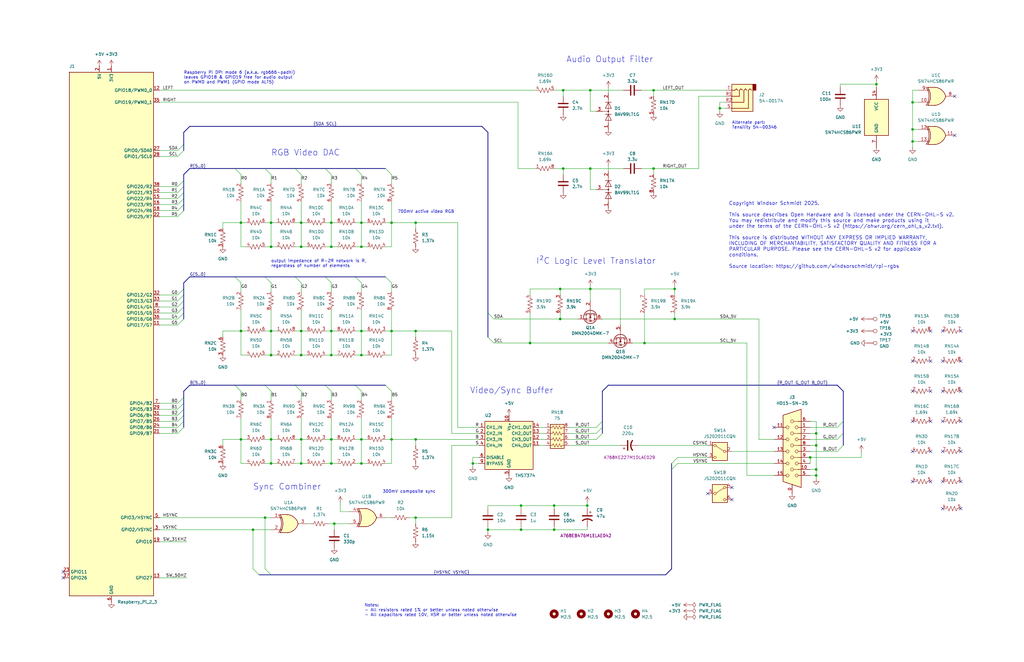
<source format=kicad_sch>
(kicad_sch (version 20250114) (generator "eeschema") (generator_version "9.0")
  (paper "B")
  (title_block (title "rpi-rgbs") (date "2025-08-07") (rev "3"))
  (text "Notes:\n- All resistors rated 1% or better unless noted otherwise\n- All capacitors rated 10V, X5R or better unless noted otherwise" (at 153.67 260.35 0) (effects (font (size 1.27 1.27)) (justify left bottom)))
  (text "Alternate part:\nTensility 54-00346" (at 308.61 54.61 0) (effects (font (size 1.27 1.27)) (justify left bottom)))
  (text "Raspberry Pi DPI mode 6 (a.k.a. rgb666-padhi)\nleaves GPIO18 & GPIO19 free for audio output\non PWM0 and PWM1 (GPIO mode ALT5)" (at 77.47 35.56 0) (effects (font (size 1.27 1.27)) (justify left bottom)))
  (text "700mV active video RGB" (at 167.64 90.17 0) (effects (font (size 1.27 1.27)) (justify left bottom)))
  (text "Audio Output Filter" (at 238.76 26.67 0) (effects (font (size 2.54 2.54)) (justify left bottom)))
  (text "Sync Combiner" (at 106.68 207.01 0) (effects (font (size 2.54 2.54)) (justify left bottom)))
  (text "300mV composite sync\n" (at 161.29 208.28 0) (effects (font (size 1.27 1.27)) (justify left bottom)))
  (text "I²C Logic Level Translator" (at 226.06 111.76 0) (effects (font (size 2.54 2.54)) (justify left bottom)))
  (text "RGB Video DAC" (at 114.3 66.04 0) (effects (font (size 2.54 2.54)) (justify left bottom)))
  (text "Copyright Windsor Schmidt 2025.\n\nThis source describes Open Hardware and is licensed under the CERN-OHL-S v2.\nYou may redistribute and modify this source and make products using it\nunder the terms of the CERN-OHL-S v2 (https://ohwr.org/cern_ohl_s_v2.txt).\n\nThis source is distributed WITHOUT ANY EXPRESS OR IMPLIED WARRANTY,\nINCLUDING OF MERCHANTABILITY, SATISFACTORY QUALITY AND FITNESS FOR A\nPARTICULAR PURPOSE. Please see the CERN-OHL-S v2 for applicable\nconditions.\n\nSource location: https://github.com/windsorschmidt/rpi-rgbs\n" (at 307.34 85.09 0) (effects (font (size 1.5 1.5)) (justify left top)))
  (text "output impedance of R-2R network is R,\nregardless of number of elements" (at 114.3 113.03 0) (effects (font (size 1.27 1.27)) (justify left bottom)))
  (text "Video/Sync Buffer" (at 198.12 166.37 0) (effects (font (size 2.54 2.54)) (justify left bottom)))
  (junction (at 114.3 104.14))
  (junction (at 127 93.98))
  (junction (at 127 139.7))
  (junction (at 139.7 185.42))
  (junction (at 341.63 193.04))
  (junction (at 114.3 149.86))
  (junction (at 139.7 195.58))
  (junction (at 344.17 182.88))
  (junction (at 247.65 213.36))
  (junction (at 236.22 121.92))
  (junction (at 152.4 185.42))
  (junction (at 152.4 93.98))
  (junction (at 384.81 43.18))
  (junction (at 114.3 93.98))
  (junction (at 219.71 213.36))
  (junction (at 175.26 93.98))
  (junction (at 275.59 71.12))
  (junction (at 175.26 218.44))
  (junction (at 384.81 59.69))
  (junction (at 223.52 144.78))
  (junction (at 152.4 195.58))
  (junction (at 111.76 218.44))
  (junction (at 139.7 93.98))
  (junction (at 152.4 149.86))
  (junction (at 175.26 185.42))
  (junction (at 106.68 223.52))
  (junction (at 248.92 38.1))
  (junction (at 152.4 104.14))
  (junction (at 127 195.58))
  (junction (at 140.97 220.98))
  (junction (at 127 104.14))
  (junction (at 175.26 139.7))
  (junction (at 369.57 35.56))
  (junction (at 127 149.86))
  (junction (at 344.17 198.12))
  (junction (at 165.1 93.98))
  (junction (at 284.48 121.92))
  (junction (at 344.17 200.66))
  (junction (at 139.7 149.86))
  (junction (at 237.49 71.12))
  (junction (at 127 185.42))
  (junction (at 248.92 121.92))
  (junction (at 271.78 144.78))
  (junction (at 303.53 45.72))
  (junction (at 101.6 185.42))
  (junction (at 101.6 93.98))
  (junction (at 165.1 139.7))
  (junction (at 248.92 71.12))
  (junction (at 384.81 54.61))
  (junction (at 114.3 195.58))
  (junction (at 114.3 185.42))
  (junction (at 199.39 195.58))
  (junction (at 101.6 139.7))
  (junction (at 139.7 139.7))
  (junction (at 237.49 38.1))
  (junction (at 236.22 134.62))
  (junction (at 233.68 213.36))
  (junction (at 219.71 223.52))
  (junction (at 275.59 38.1))
  (junction (at 152.4 139.7))
  (junction (at 139.7 104.14))
  (junction (at 344.17 187.96))
  (junction (at 114.3 139.7))
  (junction (at 233.68 223.52))
  (junction (at 205.74 223.52))
  (junction (at 165.1 185.42))
  (junction (at 284.48 134.62))
  (no_connect (at 384.81 177.8))
  (no_connect (at 308.61 205.74))
  (no_connect (at 405.13 165.1))
  (no_connect (at 326.39 180.34))
  (no_connect (at 308.61 210.82))
  (no_connect (at 405.13 203.2))
  (no_connect (at 384.81 139.7))
  (no_connect (at 392.43 139.7))
  (no_connect (at 384.81 152.4))
  (no_connect (at 397.51 139.7))
  (no_connect (at 405.13 190.5))
  (no_connect (at 392.43 165.1))
  (no_connect (at 397.51 214.63))
  (no_connect (at 392.43 190.5))
  (no_connect (at 298.45 208.28))
  (no_connect (at 402.59 57.15))
  (no_connect (at 397.51 152.4))
  (no_connect (at 397.51 165.1))
  (no_connect (at 397.51 190.5))
  (no_connect (at 402.59 40.64))
  (no_connect (at 397.51 203.2))
  (no_connect (at 405.13 139.7))
  (no_connect (at 392.43 152.4))
  (no_connect (at 405.13 214.63))
  (no_connect (at 397.51 177.8))
  (no_connect (at 405.13 177.8))
  (no_connect (at 405.13 152.4))
  (no_connect (at 392.43 203.2))
  (no_connect (at 384.81 203.2))
  (no_connect (at 26.67 241.3))
  (no_connect (at 392.43 177.8))
  (no_connect (at 26.67 243.84))
  (no_connect (at 384.81 190.5))
  (no_connect (at 384.81 165.1))
  (bus_entry (at 74.93 170.18) (size 2.54 -2.54))
  (bus_entry (at 251.46 182.88) (size 2.54 -2.54))
  (bus_entry (at 74.93 177.8) (size 2.54 -2.54))
  (bus_entry (at 74.93 180.34) (size 2.54 -2.54))
  (bus_entry (at 149.86 116.84) (size 2.54 2.54))
  (bus_entry (at 285.75 193.04) (size -2.54 2.54))
  (bus_entry (at 111.76 71.12) (size 2.54 2.54))
  (bus_entry (at 74.93 182.88) (size 2.54 -2.54))
  (bus_entry (at 99.06 116.84) (size 2.54 2.54))
  (bus_entry (at 149.86 162.56) (size 2.54 2.54))
  (bus_entry (at 353.06 185.42) (size 2.54 -2.54))
  (bus_entry (at 74.93 134.62) (size 2.54 -2.54))
  (bus_entry (at 124.46 116.84) (size 2.54 2.54))
  (bus_entry (at 111.76 162.56) (size 2.54 2.54))
  (bus_entry (at 99.06 71.12) (size 2.54 2.54))
  (bus_entry (at 162.56 162.56) (size 2.54 2.54))
  (bus_entry (at 74.93 83.82) (size 2.54 -2.54))
  (bus_entry (at 74.93 78.74) (size 2.54 -2.54))
  (bus_entry (at 162.56 71.12) (size 2.54 2.54))
  (bus_entry (at 74.93 137.16) (size 2.54 -2.54))
  (bus_entry (at 74.93 172.72) (size 2.54 -2.54))
  (bus_entry (at 77.47 60.96) (size -2.54 2.54))
  (bus_entry (at 251.46 180.34) (size 2.54 -2.54))
  (bus_entry (at 205.74 142.24) (size 2.54 2.54))
  (bus_entry (at 251.46 185.42) (size 2.54 -2.54))
  (bus_entry (at 74.93 129.54) (size 2.54 -2.54))
  (bus_entry (at 353.06 180.34) (size 2.54 -2.54))
  (bus_entry (at 74.93 124.46) (size 2.54 -2.54))
  (bus_entry (at 74.93 81.28) (size 2.54 -2.54))
  (bus_entry (at 77.47 63.5) (size -2.54 2.54))
  (bus_entry (at 137.16 162.56) (size 2.54 2.54))
  (bus_entry (at 205.74 132.08) (size 2.54 2.54))
  (bus_entry (at 285.75 195.58) (size -2.54 2.54))
  (bus_entry (at 162.56 116.84) (size 2.54 2.54))
  (bus_entry (at 74.93 86.36) (size 2.54 -2.54))
  (bus_entry (at 124.46 71.12) (size 2.54 2.54))
  (bus_entry (at 74.93 127) (size 2.54 -2.54))
  (bus_entry (at 137.16 116.84) (size 2.54 2.54))
  (bus_entry (at 74.93 132.08) (size 2.54 -2.54))
  (bus_entry (at 106.68 240.03) (size 2.54 2.54))
  (bus_entry (at 149.86 71.12) (size 2.54 2.54))
  (bus_entry (at 74.93 175.26) (size 2.54 -2.54))
  (bus_entry (at 111.76 240.03) (size 2.54 2.54))
  (bus_entry (at 353.06 190.5) (size 2.54 -2.54))
  (bus_entry (at 124.46 162.56) (size 2.54 2.54))
  (bus_entry (at 99.06 162.56) (size 2.54 2.54))
  (bus_entry (at 74.93 88.9) (size 2.54 -2.54))
  (bus_entry (at 137.16 71.12) (size 2.54 2.54))
  (bus_entry (at 111.76 116.84) (size 2.54 2.54))
  (bus_entry (at 74.93 91.44) (size 2.54 -2.54))
  (wire (pts (xy 247.65 213.36) (xy 247.65 214.63)))
  (wire (pts (xy 138.43 220.98) (xy 140.97 220.98)))
  (wire (pts (xy 101.6 185.42) (xy 104.14 185.42)))
  (wire (pts (xy 354.33 35.56) (xy 354.33 36.83)))
  (wire (pts (xy 236.22 121.92) (xy 236.22 124.46)))
  (bus (pts (xy 254 182.88) (xy 254 180.34)))
  (wire (pts (xy 111.76 195.58) (xy 114.3 195.58)))
  (wire (pts (xy 127 139.7) (xy 127 149.86)))
  (wire (pts (xy 341.63 185.42) (xy 353.06 185.42)))
  (wire (pts (xy 237.49 38.1) (xy 248.92 38.1)))
  (wire (pts (xy 236.22 134.62) (xy 243.84 134.62)))
  (wire (pts (xy 193.04 180.34) (xy 201.93 180.34)))
  (wire (pts (xy 271.78 121.92) (xy 271.78 124.46)))
  (bus (pts (xy 77.47 170.18) (xy 77.47 172.72)))
  (wire (pts (xy 223.52 121.92) (xy 236.22 121.92)))
  (wire (pts (xy 152.4 185.42) (xy 152.4 195.58)))
  (wire (pts (xy 298.45 193.04) (xy 285.75 193.04)))
  (wire (pts (xy 139.7 93.98) (xy 142.24 93.98)))
  (wire (pts (xy 341.63 182.88) (xy 344.17 182.88)))
  (wire (pts (xy 384.81 54.61) (xy 384.81 43.18)))
  (wire (pts (xy 247.65 212.09) (xy 247.65 213.36)))
  (wire (pts (xy 175.26 185.42) (xy 175.26 187.96)))
  (wire (pts (xy 341.63 193.04) (xy 341.63 195.58)))
  (wire (pts (xy 101.6 104.14) (xy 104.14 104.14)))
  (wire (pts (xy 275.59 71.12) (xy 275.59 73.66)))
  (bus (pts (xy 137.16 162.56) (xy 149.86 162.56)))
  (bus (pts (xy 137.16 71.12) (xy 149.86 71.12)))
  (bus (pts (xy 149.86 116.84) (xy 162.56 116.84)))
  (wire (pts (xy 261.62 121.92) (xy 261.62 137.16)))
  (wire (pts (xy 101.6 185.42) (xy 101.6 195.58)))
  (wire (pts (xy 190.5 182.88) (xy 201.93 182.88)))
  (wire (pts (xy 139.7 85.09) (xy 139.7 93.98)))
  (wire (pts (xy 284.48 120.65) (xy 284.48 121.92)))
  (wire (pts (xy 270.51 38.1) (xy 275.59 38.1)))
  (bus (pts (xy 111.76 162.56) (xy 124.46 162.56)))
  (wire (pts (xy 114.3 139.7) (xy 114.3 149.86)))
  (wire (pts (xy 137.16 149.86) (xy 139.7 149.86)))
  (wire (pts (xy 165.1 73.66) (xy 165.1 77.47)))
  (wire (pts (xy 341.63 198.12) (xy 344.17 198.12)))
  (wire (pts (xy 137.16 104.14) (xy 139.7 104.14)))
  (wire (pts (xy 139.7 73.66) (xy 139.7 77.47)))
  (wire (pts (xy 165.1 218.44) (xy 162.56 218.44)))
  (wire (pts (xy 139.7 93.98) (xy 139.7 104.14)))
  (wire (pts (xy 294.64 40.64) (xy 306.07 40.64)))
  (wire (pts (xy 74.93 81.28) (xy 67.31 81.28)))
  (wire (pts (xy 172.72 218.44) (xy 175.26 218.44)))
  (bus (pts (xy 254 165.1) (xy 256.54 162.56)))
  (wire (pts (xy 127 73.66) (xy 127 77.47)))
  (wire (pts (xy 175.26 93.98) (xy 193.04 93.98)))
  (wire (pts (xy 233.68 223.52) (xy 219.71 223.52)))
  (wire (pts (xy 106.68 223.52) (xy 114.3 223.52)))
  (wire (pts (xy 266.7 144.78) (xy 271.78 144.78)))
  (wire (pts (xy 223.52 121.92) (xy 223.52 124.46)))
  (wire (pts (xy 384.81 43.18) (xy 387.35 43.18)))
  (wire (pts (xy 248.92 38.1) (xy 248.92 46.99)))
  (wire (pts (xy 294.64 71.12) (xy 294.64 40.64)))
  (wire (pts (xy 74.93 137.16) (xy 67.31 137.16)))
  (wire (pts (xy 124.46 185.42) (xy 127 185.42)))
  (wire (pts (xy 114.3 93.98) (xy 116.84 93.98)))
  (wire (pts (xy 247.65 223.52) (xy 233.68 223.52)))
  (wire (pts (xy 165.1 185.42) (xy 165.1 195.58)))
  (wire (pts (xy 341.63 190.5) (xy 353.06 190.5)))
  (bus (pts (xy 99.06 162.56) (xy 111.76 162.56)))
  (wire (pts (xy 341.63 200.66) (xy 344.17 200.66)))
  (wire (pts (xy 384.81 38.1) (xy 387.35 38.1)))
  (wire (pts (xy 175.26 142.24) (xy 175.26 139.7)))
  (bus (pts (xy 114.3 242.57) (xy 280.67 242.57)))
  (wire (pts (xy 149.86 185.42) (xy 152.4 185.42)))
  (bus (pts (xy 99.06 116.84) (xy 111.76 116.84)))
  (wire (pts (xy 218.44 71.12) (xy 226.06 71.12)))
  (wire (pts (xy 74.93 170.18) (xy 67.31 170.18)))
  (wire (pts (xy 127 195.58) (xy 129.54 195.58)))
  (wire (pts (xy 139.7 176.53) (xy 139.7 185.42)))
  (wire (pts (xy 201.93 187.96) (xy 190.5 187.96)))
  (bus (pts (xy 77.47 127) (xy 77.47 129.54)))
  (wire (pts (xy 149.86 139.7) (xy 152.4 139.7)))
  (wire (pts (xy 269.24 187.96) (xy 298.45 187.96)))
  (bus (pts (xy 149.86 162.56) (xy 162.56 162.56)))
  (wire (pts (xy 233.68 71.12) (xy 237.49 71.12)))
  (bus (pts (xy 283.21 198.12) (xy 283.21 240.03)))
  (wire (pts (xy 199.39 196.85) (xy 199.39 195.58)))
  (wire (pts (xy 139.7 165.1) (xy 139.7 168.91)))
  (wire (pts (xy 67.31 228.6) (xy 78.74 228.6)))
  (wire (pts (xy 152.4 85.09) (xy 152.4 93.98)))
  (bus (pts (xy 109.22 242.57) (xy 114.3 242.57)))
  (bus (pts (xy 355.6 177.8) (xy 355.6 182.88)))
  (wire (pts (xy 256.54 69.85) (xy 256.54 72.39)))
  (wire (pts (xy 149.86 195.58) (xy 152.4 195.58)))
  (wire (pts (xy 101.6 119.38) (xy 101.6 123.19)))
  (wire (pts (xy 124.46 139.7) (xy 127 139.7)))
  (wire (pts (xy 152.4 104.14) (xy 154.94 104.14)))
  (wire (pts (xy 152.4 176.53) (xy 152.4 185.42)))
  (wire (pts (xy 101.6 165.1) (xy 101.6 168.91)))
  (wire (pts (xy 162.56 139.7) (xy 165.1 139.7)))
  (wire (pts (xy 251.46 80.01) (xy 248.92 80.01)))
  (wire (pts (xy 199.39 195.58) (xy 199.39 193.04)))
  (wire (pts (xy 127 130.81) (xy 127 139.7)))
  (wire (pts (xy 114.3 104.14) (xy 116.84 104.14)))
  (bus (pts (xy 254 177.8) (xy 254 165.1)))
  (wire (pts (xy 248.92 71.12) (xy 262.89 71.12)))
  (wire (pts (xy 190.5 139.7) (xy 175.26 139.7)))
  (wire (pts (xy 149.86 149.86) (xy 152.4 149.86)))
  (wire (pts (xy 271.78 144.78) (xy 314.96 144.78)))
  (wire (pts (xy 106.68 240.03) (xy 106.68 223.52)))
  (bus (pts (xy 80.01 53.34) (xy 203.2 53.34)))
  (wire (pts (xy 219.71 213.36) (xy 233.68 213.36)))
  (bus (pts (xy 77.47 60.96) (xy 77.47 63.5)))
  (wire (pts (xy 74.93 66.04) (xy 67.31 66.04)))
  (wire (pts (xy 248.92 121.92) (xy 248.92 127)))
  (wire (pts (xy 101.6 130.81) (xy 101.6 139.7)))
  (bus (pts (xy 77.47 81.28) (xy 77.47 83.82)))
  (wire (pts (xy 223.52 132.08) (xy 223.52 144.78)))
  (wire (pts (xy 284.48 134.62) (xy 320.04 134.62)))
  (wire (pts (xy 114.3 139.7) (xy 116.84 139.7)))
  (wire (pts (xy 124.46 195.58) (xy 127 195.58)))
  (wire (pts (xy 130.81 220.98) (xy 129.54 220.98)))
  (wire (pts (xy 101.6 149.86) (xy 104.14 149.86)))
  (wire (pts (xy 306.07 43.18) (xy 303.53 43.18)))
  (wire (pts (xy 205.74 223.52) (xy 205.74 224.79)))
  (wire (pts (xy 127 185.42) (xy 129.54 185.42)))
  (wire (pts (xy 74.93 88.9) (xy 67.31 88.9)))
  (wire (pts (xy 275.59 71.12) (xy 294.64 71.12)))
  (wire (pts (xy 67.31 43.18) (xy 218.44 43.18)))
  (wire (pts (xy 114.3 176.53) (xy 114.3 185.42)))
  (wire (pts (xy 190.5 182.88) (xy 190.5 139.7)))
  (wire (pts (xy 219.71 213.36) (xy 205.74 213.36)))
  (bus (pts (xy 77.47 73.66) (xy 80.01 71.12)))
  (bus (pts (xy 77.47 124.46) (xy 77.47 127)))
  (wire (pts (xy 114.3 195.58) (xy 116.84 195.58)))
  (wire (pts (xy 199.39 193.04) (xy 201.93 193.04)))
  (bus (pts (xy 77.47 172.72) (xy 77.47 175.26)))
  (bus (pts (xy 124.46 116.84) (xy 137.16 116.84)))
  (wire (pts (xy 74.93 172.72) (xy 67.31 172.72)))
  (bus (pts (xy 77.47 177.8) (xy 77.47 180.34)))
  (wire (pts (xy 165.1 139.7) (xy 175.26 139.7)))
  (wire (pts (xy 93.98 185.42) (xy 93.98 187.96)))
  (wire (pts (xy 308.61 190.5) (xy 326.39 190.5)))
  (wire (pts (xy 363.22 193.04) (xy 363.22 190.5)))
  (wire (pts (xy 114.3 165.1) (xy 114.3 168.91)))
  (bus (pts (xy 205.74 132.08) (xy 205.74 142.24)))
  (bus (pts (xy 77.47 175.26) (xy 77.47 177.8)))
  (wire (pts (xy 236.22 121.92) (xy 248.92 121.92)))
  (bus (pts (xy 203.2 53.34) (xy 205.74 55.88)))
  (wire (pts (xy 152.4 165.1) (xy 152.4 168.91)))
  (wire (pts (xy 74.93 129.54) (xy 67.31 129.54)))
  (wire (pts (xy 208.28 134.62) (xy 236.22 134.62)))
  (wire (pts (xy 165.1 85.09) (xy 165.1 93.98)))
  (wire (pts (xy 233.68 213.36) (xy 247.65 213.36)))
  (bus (pts (xy 77.47 132.08) (xy 77.47 134.62)))
  (wire (pts (xy 139.7 130.81) (xy 139.7 139.7)))
  (bus (pts (xy 77.47 167.64) (xy 77.47 170.18)))
  (wire (pts (xy 139.7 139.7) (xy 142.24 139.7)))
  (wire (pts (xy 236.22 132.08) (xy 236.22 134.62)))
  (wire (pts (xy 127 185.42) (xy 127 195.58)))
  (wire (pts (xy 74.93 78.74) (xy 67.31 78.74)))
  (wire (pts (xy 101.6 93.98) (xy 104.14 93.98)))
  (wire (pts (xy 247.65 222.25) (xy 247.65 223.52)))
  (wire (pts (xy 165.1 176.53) (xy 165.1 185.42)))
  (wire (pts (xy 137.16 185.42) (xy 139.7 185.42)))
  (wire (pts (xy 384.81 62.23) (xy 384.81 59.69)))
  (wire (pts (xy 165.1 130.81) (xy 165.1 139.7)))
  (wire (pts (xy 237.49 71.12) (xy 248.92 71.12)))
  (wire (pts (xy 93.98 93.98) (xy 93.98 96.52)))
  (wire (pts (xy 101.6 93.98) (xy 101.6 104.14)))
  (bus (pts (xy 256.54 162.56) (xy 353.06 162.56)))
  (bus (pts (xy 137.16 116.84) (xy 149.86 116.84)))
  (bus (pts (xy 149.86 71.12) (xy 162.56 71.12)))
  (wire (pts (xy 114.3 73.66) (xy 114.3 77.47)))
  (wire (pts (xy 111.76 93.98) (xy 114.3 93.98)))
  (bus (pts (xy 77.47 55.88) (xy 77.47 60.96)))
  (bus (pts (xy 77.47 83.82) (xy 77.47 86.36)))
  (wire (pts (xy 101.6 139.7) (xy 104.14 139.7)))
  (wire (pts (xy 175.26 220.98) (xy 175.26 218.44)))
  (wire (pts (xy 369.57 35.56) (xy 369.57 36.83)))
  (wire (pts (xy 152.4 139.7) (xy 154.94 139.7)))
  (wire (pts (xy 101.6 139.7) (xy 101.6 149.86)))
  (wire (pts (xy 143.51 212.09) (xy 143.51 215.9)))
  (wire (pts (xy 137.16 93.98) (xy 139.7 93.98)))
  (bus (pts (xy 77.47 121.92) (xy 77.47 124.46)))
  (wire (pts (xy 229.87 185.42) (xy 227.33 185.42)))
  (wire (pts (xy 384.81 59.69) (xy 387.35 59.69)))
  (wire (pts (xy 341.63 180.34) (xy 353.06 180.34)))
  (wire (pts (xy 314.96 144.78) (xy 314.96 200.66)))
  (wire (pts (xy 74.93 83.82) (xy 67.31 83.82)))
  (wire (pts (xy 165.1 93.98) (xy 175.26 93.98)))
  (wire (pts (xy 314.96 200.66) (xy 326.39 200.66)))
  (wire (pts (xy 114.3 93.98) (xy 114.3 104.14)))
  (wire (pts (xy 127 119.38) (xy 127 123.19)))
  (bus (pts (xy 80.01 116.84) (xy 99.06 116.84)))
  (wire (pts (xy 114.3 119.38) (xy 114.3 123.19)))
  (wire (pts (xy 271.78 121.92) (xy 284.48 121.92)))
  (wire (pts (xy 67.31 218.44) (xy 111.76 218.44)))
  (wire (pts (xy 254 134.62) (xy 284.48 134.62)))
  (wire (pts (xy 256.54 36.83) (xy 256.54 39.37)))
  (wire (pts (xy 165.1 119.38) (xy 165.1 123.19)))
  (wire (pts (xy 229.87 182.88) (xy 227.33 182.88)))
  (wire (pts (xy 93.98 93.98) (xy 101.6 93.98)))
  (wire (pts (xy 152.4 139.7) (xy 152.4 149.86)))
  (wire (pts (xy 162.56 195.58) (xy 165.1 195.58)))
  (wire (pts (xy 219.71 223.52) (xy 219.71 222.25)))
  (wire (pts (xy 162.56 93.98) (xy 165.1 93.98)))
  (wire (pts (xy 124.46 149.86) (xy 127 149.86)))
  (wire (pts (xy 223.52 144.78) (xy 208.28 144.78)))
  (wire (pts (xy 101.6 176.53) (xy 101.6 185.42)))
  (wire (pts (xy 114.3 85.09) (xy 114.3 93.98)))
  (wire (pts (xy 320.04 185.42) (xy 326.39 185.42)))
  (bus (pts (xy 111.76 116.84) (xy 124.46 116.84)))
  (wire (pts (xy 152.4 130.81) (xy 152.4 139.7)))
  (wire (pts (xy 67.31 243.84) (xy 78.74 243.84)))
  (wire (pts (xy 248.92 38.1) (xy 262.89 38.1)))
  (wire (pts (xy 303.53 45.72) (xy 306.07 45.72)))
  (bus (pts (xy 77.47 73.66) (xy 77.47 76.2)))
  (wire (pts (xy 139.7 149.86) (xy 142.24 149.86)))
  (wire (pts (xy 229.87 187.96) (xy 227.33 187.96)))
  (bus (pts (xy 77.47 165.1) (xy 77.47 167.64)))
  (wire (pts (xy 190.5 187.96) (xy 190.5 218.44)))
  (wire (pts (xy 111.76 139.7) (xy 114.3 139.7)))
  (wire (pts (xy 111.76 218.44) (xy 114.3 218.44)))
  (wire (pts (xy 303.53 43.18) (xy 303.53 45.72)))
  (wire (pts (xy 344.17 198.12) (xy 344.17 200.66)))
  (wire (pts (xy 237.49 71.12) (xy 237.49 73.66)))
  (wire (pts (xy 237.49 38.1) (xy 237.49 40.64)))
  (bus (pts (xy 80.01 53.34) (xy 77.47 55.88)))
  (bus (pts (xy 80.01 71.12) (xy 99.06 71.12)))
  (wire (pts (xy 139.7 195.58) (xy 142.24 195.58)))
  (wire (pts (xy 384.81 59.69) (xy 384.81 54.61)))
  (wire (pts (xy 205.74 222.25) (xy 205.74 223.52)))
  (wire (pts (xy 124.46 104.14) (xy 127 104.14)))
  (wire (pts (xy 199.39 195.58) (xy 201.93 195.58)))
  (wire (pts (xy 218.44 43.18) (xy 218.44 71.12)))
  (wire (pts (xy 240.03 180.34) (xy 251.46 180.34)))
  (wire (pts (xy 139.7 119.38) (xy 139.7 123.19)))
  (wire (pts (xy 74.93 91.44) (xy 67.31 91.44)))
  (wire (pts (xy 219.71 213.36) (xy 219.71 214.63)))
  (wire (pts (xy 127 104.14) (xy 129.54 104.14)))
  (wire (pts (xy 162.56 185.42) (xy 165.1 185.42)))
  (wire (pts (xy 74.93 132.08) (xy 67.31 132.08)))
  (wire (pts (xy 139.7 185.42) (xy 142.24 185.42)))
  (wire (pts (xy 74.93 124.46) (xy 67.31 124.46)))
  (wire (pts (xy 149.86 104.14) (xy 152.4 104.14)))
  (wire (pts (xy 248.92 120.65) (xy 248.92 121.92)))
  (wire (pts (xy 143.51 215.9) (xy 147.32 215.9)))
  (wire (pts (xy 137.16 195.58) (xy 139.7 195.58)))
  (wire (pts (xy 140.97 220.98) (xy 147.32 220.98)))
  (wire (pts (xy 127 165.1) (xy 127 168.91)))
  (wire (pts (xy 152.4 93.98) (xy 152.4 104.14)))
  (wire (pts (xy 127 149.86) (xy 129.54 149.86)))
  (bus (pts (xy 77.47 129.54) (xy 77.47 132.08)))
  (wire (pts (xy 101.6 73.66) (xy 101.6 77.47)))
  (wire (pts (xy 229.87 180.34) (xy 227.33 180.34)))
  (wire (pts (xy 284.48 121.92) (xy 284.48 124.46)))
  (wire (pts (xy 344.17 182.88) (xy 344.17 187.96)))
  (wire (pts (xy 111.76 185.42) (xy 114.3 185.42)))
  (wire (pts (xy 127 93.98) (xy 129.54 93.98)))
  (bus (pts (xy 77.47 76.2) (xy 77.47 78.74)))
  (wire (pts (xy 341.63 187.96) (xy 344.17 187.96)))
  (wire (pts (xy 127 139.7) (xy 129.54 139.7)))
  (wire (pts (xy 223.52 144.78) (xy 256.54 144.78)))
  (wire (pts (xy 114.3 185.42) (xy 116.84 185.42)))
  (bus (pts (xy 80.01 162.56) (xy 99.06 162.56)))
  (wire (pts (xy 240.03 182.88) (xy 251.46 182.88)))
  (wire (pts (xy 165.1 93.98) (xy 165.1 104.14)))
  (wire (pts (xy 152.4 185.42) (xy 154.94 185.42)))
  (wire (pts (xy 271.78 132.08) (xy 271.78 144.78)))
  (bus (pts (xy 254 180.34) (xy 254 177.8)))
  (wire (pts (xy 162.56 149.86) (xy 165.1 149.86)))
  (wire (pts (xy 139.7 139.7) (xy 139.7 149.86)))
  (wire (pts (xy 341.63 177.8) (xy 344.17 177.8)))
  (wire (pts (xy 137.16 139.7) (xy 139.7 139.7)))
  (wire (pts (xy 74.93 177.8) (xy 67.31 177.8)))
  (wire (pts (xy 233.68 38.1) (xy 237.49 38.1)))
  (wire (pts (xy 127 85.09) (xy 127 93.98)))
  (bus (pts (xy 77.47 165.1) (xy 80.01 162.56)))
  (wire (pts (xy 219.71 223.52) (xy 205.74 223.52)))
  (wire (pts (xy 165.1 139.7) (xy 165.1 149.86)))
  (wire (pts (xy 320.04 185.42) (xy 320.04 134.62)))
  (wire (pts (xy 251.46 46.99) (xy 248.92 46.99)))
  (wire (pts (xy 369.57 34.29) (xy 369.57 35.56)))
  (wire (pts (xy 67.31 223.52) (xy 106.68 223.52)))
  (wire (pts (xy 270.51 71.12) (xy 275.59 71.12)))
  (bus (pts (xy 355.6 177.8) (xy 355.6 165.1)))
  (wire (pts (xy 139.7 104.14) (xy 142.24 104.14)))
  (wire (pts (xy 240.03 185.42) (xy 251.46 185.42)))
  (wire (pts (xy 162.56 104.14) (xy 165.1 104.14)))
  (wire (pts (xy 149.86 93.98) (xy 152.4 93.98)))
  (wire (pts (xy 240.03 187.96) (xy 261.62 187.96)))
  (bus (pts (xy 77.47 78.74) (xy 77.47 81.28)))
  (wire (pts (xy 101.6 85.09) (xy 101.6 93.98)))
  (wire (pts (xy 384.81 43.18) (xy 384.81 38.1)))
  (wire (pts (xy 114.3 185.42) (xy 114.3 195.58)))
  (wire (pts (xy 175.26 218.44) (xy 190.5 218.44)))
  (wire (pts (xy 111.76 240.03) (xy 111.76 218.44)))
  (wire (pts (xy 175.26 93.98) (xy 175.26 96.52)))
  (wire (pts (xy 344.17 200.66) (xy 344.17 201.93)))
  (wire (pts (xy 114.3 130.81) (xy 114.3 139.7)))
  (bus (pts (xy 283.21 240.03) (xy 280.67 242.57)))
  (wire (pts (xy 152.4 119.38) (xy 152.4 123.19)))
  (wire (pts (xy 354.33 35.56) (xy 369.57 35.56)))
  (wire (pts (xy 384.81 54.61) (xy 387.35 54.61)))
  (wire (pts (xy 127 176.53) (xy 127 185.42)))
  (bus (pts (xy 77.47 119.38) (xy 80.01 116.84)))
  (wire (pts (xy 275.59 38.1) (xy 275.59 40.64)))
  (wire (pts (xy 205.74 213.36) (xy 205.74 214.63)))
  (wire (pts (xy 74.93 182.88) (xy 67.31 182.88)))
  (wire (pts (xy 74.93 86.36) (xy 67.31 86.36)))
  (wire (pts (xy 101.6 195.58) (xy 104.14 195.58)))
  (wire (pts (xy 248.92 80.01) (xy 248.92 71.12)))
  (bus (pts (xy 99.06 71.12) (xy 111.76 71.12)))
  (wire (pts (xy 233.68 222.25) (xy 233.68 223.52)))
  (wire (pts (xy 74.93 127) (xy 67.31 127)))
  (wire (pts (xy 175.26 185.42) (xy 201.93 185.42)))
  (bus (pts (xy 205.74 55.88) (xy 205.74 132.08)))
  (wire (pts (xy 233.68 213.36) (xy 233.68 214.63)))
  (wire (pts (xy 152.4 73.66) (xy 152.4 77.47)))
  (wire (pts (xy 74.93 134.62) (xy 67.31 134.62)))
  (wire (pts (xy 74.93 63.5) (xy 67.31 63.5)))
  (bus (pts (xy 111.76 71.12) (xy 124.46 71.12)))
  (wire (pts (xy 127 93.98) (xy 127 104.14)))
  (wire (pts (xy 275.59 38.1) (xy 306.07 38.1)))
  (wire (pts (xy 93.98 139.7) (xy 93.98 142.24)))
  (wire (pts (xy 165.1 165.1) (xy 165.1 168.91)))
  (wire (pts (xy 140.97 223.52) (xy 140.97 220.98)))
  (wire (pts (xy 285.75 195.58) (xy 326.39 195.58)))
  (wire (pts (xy 74.93 180.34) (xy 67.31 180.34)))
  (wire (pts (xy 344.17 177.8) (xy 344.17 182.88)))
  (wire (pts (xy 284.48 132.08) (xy 284.48 134.62)))
  (wire (pts (xy 152.4 149.86) (xy 154.94 149.86)))
  (bus (pts (xy 355.6 165.1) (xy 353.06 162.56)))
  (wire (pts (xy 152.4 195.58) (xy 154.94 195.58)))
  (bus (pts (xy 77.47 86.36) (xy 77.47 88.9)))
  (wire (pts (xy 124.46 93.98) (xy 127 93.98)))
  (bus (pts (xy 77.47 119.38) (xy 77.47 121.92)))
  (wire (pts (xy 139.7 185.42) (xy 139.7 195.58)))
  (bus (pts (xy 283.21 195.58) (xy 283.21 198.12)))
  (wire (pts (xy 93.98 185.42) (xy 101.6 185.42)))
  (wire (pts (xy 165.1 185.42) (xy 175.26 185.42)))
  (wire (pts (xy 111.76 149.86) (xy 114.3 149.86)))
  (wire (pts (xy 74.93 175.26) (xy 67.31 175.26)))
  (bus (pts (xy 124.46 162.56) (xy 137.16 162.56)))
  (wire (pts (xy 303.53 46.99) (xy 303.53 45.72)))
  (wire (pts (xy 193.04 93.98) (xy 193.04 180.34)))
  (wire (pts (xy 152.4 93.98) (xy 154.94 93.98)))
  (wire (pts (xy 67.31 38.1) (xy 226.06 38.1)))
  (wire (pts (xy 111.76 104.14) (xy 114.3 104.14)))
  (bus (pts (xy 124.46 71.12) (xy 137.16 71.12)))
  (wire (pts (xy 341.63 193.04) (xy 363.22 193.04)))
  (wire (pts (xy 261.62 121.92) (xy 248.92 121.92)))
  (wire (pts (xy 114.3 149.86) (xy 116.84 149.86)))
  (wire (pts (xy 93.98 139.7) (xy 101.6 139.7)))
  (bus (pts (xy 355.6 182.88) (xy 355.6 187.96)))
  (wire (pts (xy 344.17 187.96) (xy 344.17 198.12)))
  (label "SCL_5V" (at 303.53 144.78 0))
  (label "B" (at 201.93 185.42 180))
  (label "R5" (at 165.1 76.2 0))
  (label "SCL" (at 208.28 144.78 0))
  (label "B0" (at 101.6 167.64 0))
  (label "G0" (at 101.6 121.92 0))
  (label "R1" (at 114.3 76.2 0))
  (label "R" (at 201.93 180.34 180))
  (label "R[5..0]" (at 80.01 71.12 0))
  (label "{R_OUT G_OUT B_OUT}" (at 327.66 162.56 0))
  (label "B[5..0]" (at 80.01 162.56 0))
  (label "LEFT_OUT" (at 279.4 38.1 0))
  (label "R_OUT" (at 242.57 180.34 0))
  (label "B1" (at 114.3 167.64 0))
  (label "R0" (at 74.93 78.74 180))
  (label "B_OUT" (at 242.57 185.42 0))
  (label "G_OUT" (at 242.57 182.88 0))
  (label "R2" (at 127 76.2 0))
  (label "B2" (at 74.93 175.26 180))
  (label "G" (at 201.93 182.88 180))
  (label "B2" (at 127 167.64 0))
  (label "G_OUT" (at 353.06 185.42 180))
  (label "S" (at 201.93 187.96 180))
  (label "R4" (at 152.4 76.2 0))
  (label "SDA" (at 208.28 134.62 0))
  (label "B5" (at 165.1 167.64 0))
  (label "CSYNC" (at 298.45 187.96 180))
  (label "{SDA SCL}" (at 132.08 53.34 0))
  (label "B1" (at 74.93 172.72 180))
  (label "G2" (at 127 121.92 0))
  (label "SDA" (at 74.93 63.5 180))
  (label "G1" (at 74.93 127 180))
  (label "B4" (at 152.4 167.64 0))
  (label "HSYNC" (at 68.58 218.44 0))
  (label "VSYNC" (at 68.58 223.52 0))
  (label "SW_50HZ" (at 78.74 243.84 180))
  (label "SCL" (at 74.93 66.04 180))
  (label "G[5..0]" (at 80.01 116.84 0))
  (label "{HSYNC VSYNC}" (at 182.88 242.57 0))
  (label "R4" (at 74.93 88.9 180))
  (label "LEFT" (at 68.58 38.1 0))
  (label "B_OUT" (at 353.06 190.5 180))
  (label "G3" (at 139.7 121.92 0))
  (label "G5" (at 74.93 137.16 180))
  (label "B0" (at 74.93 170.18 180))
  (label "SDA_5V" (at 303.53 134.62 0))
  (label "R2" (at 74.93 83.82 180))
  (label "HSYNC" (at 298.45 193.04 180))
  (label "SW_31KHZ" (at 78.74 228.6 180))
  (label "G4" (at 152.4 121.92 0))
  (label "G5" (at 165.1 121.92 0))
  (label "G3" (at 74.93 132.08 180))
  (label "G0" (at 74.93 124.46 180))
  (label "R3" (at 139.7 76.2 0))
  (label "R_OUT" (at 353.06 180.34 180))
  (label "RIGHT" (at 68.58 43.18 0))
  (label "R1" (at 74.93 81.28 180))
  (label "G2" (at 74.93 129.54 180))
  (label "G4" (at 74.93 134.62 180))
  (label "B3" (at 139.7 167.64 0))
  (label "R0" (at 101.6 76.2 0))
  (label "S_OUT" (at 242.57 187.96 0))
  (label "RIGHT_OUT" (at 279.4 71.12 0))
  (label "B3" (at 74.93 177.8 180))
  (label "G1" (at 114.3 121.92 0))
  (label "R5" (at 74.93 91.44 180))
  (label "R3" (at 74.93 86.36 180))
  (label "B4" (at 74.93 180.34 180))
  (label "B5" (at 74.93 182.88 180))
  (label "VSYNC" (at 298.45 195.58 180))
  (symbol (lib_id "win:R_Pack04_Split") (at 139.7 127 0) (mirror x) (unit 3)
    (property "Reference" "RN8" (at 137.16 125.7299 0) (effects (justify right)))
    (property "Value" "10k" (at 137.16 128.2699 0) (effects (justify right)))
    (property "Footprint" "Resistor_SMD:R_Array_Convex_4x0603" (effects (hide yes)))
    (property "Description" "4 resistor network, parallel topology, split" (effects (hide yes)))
  )
  (symbol (lib_id "power:GND") (at 93.98 104.14 0) (unit 1)
    (property "Reference" "#PWR04" (effects (hide yes)))
    (property "Value" "GND" (at 93.98 109.22 0))
    (property "Description" "Power symbol creates a global label with name \"GND\" , ground" (effects (hide yes)))
  )
  (symbol (lib_id "win:R_Pack04_Split") (at 165.1 81.28 180) (unit 1)
    (property "Reference" "RN7" (at 162.56 80.0099 0) (effects (justify left)))
    (property "Value" "10k" (at 162.56 82.5499 0) (effects (justify left)))
    (property "Footprint" "Resistor_SMD:R_Array_Convex_4x0603" (effects (hide yes)))
    (property "Description" "4 resistor network, parallel topology, split" (effects (hide yes)))
  )
  (symbol (lib_id "Device:C") (at 205.74 218.44 0) (unit 1)
    (property "Reference" "C2" (at 209.55 217.17 0) (effects (justify left)))
    (property "Value" "10n" (at 209.55 219.71 0) (effects (justify left)))
    (property "Footprint" "Capacitor_SMD:C_0603_1608Metric" (effects (hide yes)))
  )
  (symbol (lib_id "power:GND") (at 140.97 231.14 0) (unit 1) (exclude_from_sim yes)
    (property "Reference" "#PWR07" (effects (hide yes)))
    (property "Value" "GND" (at 140.97 236.22 0))
    (property "Description" "Power symbol creates a global label with name \"GND\" , ground" (effects (hide yes)))
  )
  (symbol (lib_id "power:+3V3") (at 369.57 34.29 0) (unit 1) (exclude_from_sim yes)
    (property "Reference" "#PWR030" (effects (hide yes)))
    (property "Value" "+3V3" (at 369.57 29.21 0))
    (property "Description" "Power symbol creates a global label with name \"+3V3\"" (effects (hide yes)))
  )
  (symbol (lib_id "power:GND") (at 175.26 195.58 0) (unit 1)
    (property "Reference" "#PWR011" (effects (hide yes)))
    (property "Value" "GND" (effects (hide yes)))
  )
  (symbol (lib_id "power:GND") (at 290.83 260.35 270) (unit 1)
    (property "Reference" "#PWR033" (effects (hide yes)))
    (property "Value" "GND" (effects (hide yes)))
  )
  (symbol (lib_id "win:R_Pack04_Split") (at 401.32 214.63 270) (unit 4)
    (property "Reference" "RN2" (at 401.32 208.28 90))
    (property "Value" "10k" (at 401.32 210.82 90))
    (property "Footprint" "Resistor_SMD:R_Array_Convex_4x0603" (effects (hide yes)))
    (property "Description" "4 resistor network, parallel topology, split" (effects (hide yes)))
  )
  (symbol (lib_id "win:R_Pack04_Split") (at 146.05 139.7 90) (unit 1)
    (property "Reference" "RN11" (at 146.05 133.35 90))
    (property "Value" "10k" (at 146.05 135.89 90))
    (property "Footprint" "Resistor_SMD:R_Array_Convex_4x0603" (effects (hide yes)))
    (property "Description" "4 resistor network, parallel topology, split" (effects (hide yes)))
  )
  (symbol (lib_id "win:R_Pack04_Split") (at 133.35 185.42 90) (unit 3)
    (property "Reference" "RN12" (at 133.35 179.07 90))
    (property "Value" "10k" (at 133.35 181.61 90))
    (property "Footprint" "Resistor_SMD:R_Array_Convex_4x0603" (effects (hide yes)))
    (property "Description" "4 resistor network, parallel topology, split" (effects (hide yes)))
  )
  (symbol (lib_id "power:GND") (at 237.49 48.26 0) (unit 1)
    (property "Reference" "#PWR017" (effects (hide yes)))
    (property "Value" "GND" (effects (hide yes)))
  )
  (symbol (lib_id "win:R_Pack04_Split") (at 93.98 146.05 0) (mirror y) (unit 3)
    (property "Reference" "RN2" (at 91.44 144.7799 0) (effects (justify left)))
    (property "Value" "10k" (at 91.44 147.3199 0) (effects (justify left)))
    (property "Footprint" "Resistor_SMD:R_Array_Convex_4x0603" (effects (hide yes)))
    (property "Description" "4 resistor network, parallel topology, split" (effects (hide yes)))
  )
  (symbol (lib_id "win:R_Pack04_Split") (at 127 127 0) (mirror x) (unit 4)
    (property "Reference" "RN8" (at 124.46 125.7299 0) (effects (justify right)))
    (property "Value" "10k" (at 124.46 128.2699 0) (effects (justify right)))
    (property "Footprint" "Resistor_SMD:R_Array_Convex_4x0603" (effects (hide yes)))
    (property "Description" "4 resistor network, parallel topology, split" (effects (hide yes)))
  )
  (symbol (lib_id "Switch:SW_DPDT_x2") (at 303.53 190.5 0) (mirror y) (unit 1)
    (property "Reference" "SW1" (at 303.53 181.61 0))
    (property "Value" "JS202011CQN" (at 303.53 184.15 0))
    (property "Footprint" "win:SW_CK_JS202011CQN_DPDT_Straight" (effects (hide yes)))
    (property "Description" "Switch, dual pole double throw, separate symbols" (effects (hide yes)))
  )
  (symbol (lib_id "win:R_Pack04_Split") (at 101.6 127 180) (unit 2)
    (property "Reference" "RN2" (at 99.06 125.7299 0) (effects (justify left)))
    (property "Value" "10k" (at 99.06 128.2699 0) (effects (justify left)))
    (property "Footprint" "Resistor_SMD:R_Array_Convex_4x0603" (effects (hide yes)))
    (property "Description" "4 resistor network, parallel topology, split" (effects (hide yes)))
  )
  (symbol (lib_id "Amplifier_Video:THS7374") (at 214.63 187.96 0) (unit 1)
    (property "Reference" "U2" (at 204.47 175.26 0) (effects (justify left)))
    (property "Value" "THS7374" (at 217.17 200.66 0) (effects (justify left)))
    (property "Footprint" "Package_SO:TSSOP-14_4.4x5mm_P0.65mm" (effects (hide yes)))
    (property "Datasheet" "https://www.ti.com/lit/ds/symlink/ths7374.pdf" (effects (hide yes)))
  )
  (symbol (lib_id "win:R_Pack04_Split") (at 93.98 191.77 0) (unit 3)
    (property "Reference" "RN3" (at 91.44 190.4999 0) (effects (justify right)))
    (property "Value" "10k" (at 91.44 193.0399 0) (effects (justify right)))
    (property "Footprint" "Resistor_SMD:R_Array_Convex_4x0603" (effects (hide yes)))
    (property "Description" "4 resistor network, parallel topology, split" (effects (hide yes)))
  )
  (symbol (lib_id "win:R_Pack04_Split") (at 139.7 81.28 0) (mirror x) (unit 3)
    (property "Reference" "RN7" (at 137.16 80.0099 0) (effects (justify right)))
    (property "Value" "10k" (at 137.16 82.5499 0) (effects (justify right)))
    (property "Footprint" "Resistor_SMD:R_Array_Convex_4x0603" (effects (hide yes)))
    (property "Description" "4 resistor network, parallel topology, split" (effects (hide yes)))
  )
  (symbol (lib_id "win:R_Pack04_US") (at 234.95 185.42 270) (unit 1)
    (property "Reference" "RN18" (at 234.95 173.99 90))
    (property "Value" "75" (at 234.95 176.53 90))
    (property "Footprint" "Resistor_SMD:R_Array_Convex_4x0603" (effects (hide yes)))
    (property "Description" "Resistor, US symbol" (effects (hide yes)))
  )
  (symbol (lib_id "Mechanical:MountingHole") (at 245.11 259.08 0) (unit 1) (exclude_from_sim yes) (in_bom no)
    (property "Reference" "H2" (at 247.65 257.8099 0) (effects (justify left)))
    (property "Value" "M2.5" (at 247.65 260.3499 0) (effects (justify left)))
    (property "Footprint" "MountingHole:MountingHole_2.7mm_M2.5" (effects (hide yes)))
    (property "Description" "Mounting Hole without connection" (effects (hide yes)))
  )
  (symbol (lib_id "win:R_Pack04_Split") (at 120.65 104.14 270) (mirror x) (unit 2)
    (property "Reference" "RN4" (at 120.65 97.79 90))
    (property "Value" "10k" (at 120.65 100.33 90))
    (property "Footprint" "Resistor_SMD:R_Array_Convex_4x0603" (effects (hide yes)))
    (property "Description" "4 resistor network, parallel topology, split" (effects (hide yes)))
  )
  (symbol (lib_id "win:R_Pack04_Split") (at 152.4 81.28 180) (unit 2)
    (property "Reference" "RN7" (at 149.86 80.0099 0) (effects (justify left)))
    (property "Value" "10k" (at 149.86 82.5499 0) (effects (justify left)))
    (property "Footprint" "Resistor_SMD:R_Array_Convex_4x0603" (effects (hide yes)))
    (property "Description" "4 resistor network, parallel topology, split" (effects (hide yes)))
  )
  (symbol (lib_id "Connector:TestPoint") (at 365.76 144.78 270) (unit 1)
    (property "Reference" "TP17" (at 370.84 143.5099 90) (effects (justify left)))
    (property "Value" "GND" (at 370.84 146.0499 90) (effects (justify left)))
    (property "Footprint" "TestPoint:TestPoint_Loop_D1.80mm_Drill1.0mm_Beaded" (effects (hide yes)))
    (property "Description" "test point" (effects (hide yes)))
  )
  (symbol (lib_id "win:R_Pack04_Split") (at 107.95 139.7 270) (mirror x) (unit 3)
    (property "Reference" "RN5" (at 107.95 133.35 90))
    (property "Value" "10k" (at 107.95 135.89 90))
    (property "Footprint" "Resistor_SMD:R_Array_Convex_4x0603" (effects (hide yes)))
    (property "Description" "4 resistor network, parallel topology, split" (effects (hide yes)))
  )
  (symbol (lib_id "win:R_Pack04_Split") (at 133.35 93.98 90) (unit 3)
    (property "Reference" "RN10" (at 133.35 87.63 90))
    (property "Value" "10k" (at 133.35 90.17 90))
    (property "Footprint" "Resistor_SMD:R_Array_Convex_4x0603" (effects (hide yes)))
    (property "Description" "4 resistor network, parallel topology, split" (effects (hide yes)))
  )
  (symbol (lib_id "win:R_Pack04_Split") (at 107.95 104.14 270) (mirror x) (unit 4)
    (property "Reference" "RN4" (at 107.95 97.79 90))
    (property "Value" "10k" (at 107.95 100.33 90))
    (property "Footprint" "Resistor_SMD:R_Array_Convex_4x0603" (effects (hide yes)))
    (property "Description" "4 resistor network, parallel topology, split" (effects (hide yes)))
  )
  (symbol (lib_id "74xx:74HC86") (at 121.92 220.98 0) (unit 1) (exclude_from_sim yes)
    (property "Reference" "U1" (at 121.6152 212.09 0))
    (property "Value" "SN74HCS86PWR" (at 121.6152 214.63 0))
    (property "Footprint" "Package_SO:TSSOP-14_4.4x5mm_P0.65mm" (effects (hide yes)))
    (property "Datasheet" "http://www.ti.com/lit/gpn/sn74HC86" (effects (hide yes)))
    (property "Description" "Quad 2-input XOR" (effects (hide yes)))
    (property "Sim.Library" "SN74HCS86.cir" (effects (hide yes)))
    (property "Sim.Name" "SN74HCS86" (effects (hide yes)))
    (property "Sim.Device" "SUBCKT" (effects (hide yes)))
    (property "Sim.Pins" "1=Y 2=A 3=B 4=VCC 5=AGND" (effects (hide yes)))
  )
  (symbol (lib_id "power:GND") (at 199.39 196.85 0) (unit 1)
    (property "Reference" "#PWR013" (effects (hide yes)))
    (property "Value" "GND" (at 199.39 201.93 0))
  )
  (symbol (lib_id "power:GND") (at 275.59 48.26 0) (unit 1)
    (property "Reference" "#PWR019" (effects (hide yes)))
    (property "Value" "GND" (effects (hide yes)))
  )
  (symbol (lib_id "win:R_Pack04_Split") (at 236.22 128.27 180) (unit 3)
    (property "Reference" "RN19" (at 238.76 126.9999 0) (effects (justify right)))
    (property "Value" "3.9k" (at 238.76 129.5399 0) (effects (justify right)))
    (property "Footprint" "Resistor_SMD:R_Array_Convex_4x0603" (effects (hide yes)))
    (property "Description" "4 resistor network, parallel topology, split" (effects (hide yes)))
  )
  (symbol (lib_id "power:+3V3") (at 365.76 139.7 90) (unit 1) (exclude_from_sim yes)
    (property "Reference" "#PWR035" (effects (hide yes)))
    (property "Value" "+3V3" (at 361.95 139.6999 90) (effects (justify left)))
    (property "Description" "Power symbol creates a global label with name \"+3V3\"" (effects (hide yes)))
  )
  (symbol (lib_id "win:R_Pack04_Split") (at 165.1 172.72 0) (mirror x) (unit 1)
    (property "Reference" "RN9" (at 162.56 171.4499 0) (effects (justify right)))
    (property "Value" "10k" (at 162.56 173.9899 0) (effects (justify right)))
    (property "Footprint" "Resistor_SMD:R_Array_Convex_4x0603" (effects (hide yes)))
    (property "Description" "4 resistor network, parallel topology, split" (effects (hide yes)))
  )
  (symbol (lib_id "win:R_Pack04_Split") (at 158.75 195.58 90) (unit 4)
    (property "Reference" "RN15" (at 158.75 189.23 90))
    (property "Value" "10k" (at 158.75 191.77 90))
    (property "Footprint" "Resistor_SMD:R_Array_Convex_4x0603" (effects (hide yes)))
    (property "Description" "4 resistor network, parallel topology, split" (effects (hide yes)))
  )
  (symbol (lib_id "power:+3V3") (at 248.92 120.65 0) (unit 1)
    (property "Reference" "#PWR045" (effects (hide yes)))
    (property "Value" "+3V3" (at 248.92 115.57 0))
    (property "Description" "Power symbol creates a global label with name \"+3V3\"" (effects (hide yes)))
  )
  (symbol (lib_id "win:R_Pack04_Split") (at 401.32 177.8 90) (unit 2)
    (property "Reference" "RN16" (at 401.32 171.45 90))
    (property "Value" "1.69k" (at 401.32 173.99 90))
    (property "Footprint" "Resistor_SMD:R_Array_Convex_4x0603" (effects (hide yes)))
    (property "Description" "4 resistor network, parallel topology, split" (effects (hide yes)))
  )
  (symbol (lib_id "win:R_Pack04_Split") (at 275.59 44.45 180) (unit 4)
    (property "Reference" "RN17" (at 278.13 43.1799 0) (effects (justify right)))
    (property "Value" "10k" (at 278.13 45.7199 0) (effects (justify right)))
    (property "Footprint" "Resistor_SMD:R_Array_Convex_4x0603" (effects (hide yes)))
    (property "Description" "4 resistor network, parallel topology, split" (effects (hide yes)))
  )
  (symbol (lib_id "Device:R_US") (at 134.62 220.98 90) (unit 1) (exclude_from_sim yes)
    (property "Reference" "R1" (at 134.62 214.63 90))
    (property "Value" "1.37k" (at 134.62 217.17 90))
    (property "Footprint" "Resistor_SMD:R_0603_1608Metric" (effects (hide yes)))
    (property "Description" "Resistor, US symbol" (effects (hide yes)))
  )
  (symbol (lib_id "power:+3V3") (at 46.99 27.94 0) (unit 1)
    (property "Reference" "#PWR02" (effects (hide yes)))
    (property "Value" "+3V3" (at 46.99 22.86 0))
    (property "Description" "Power symbol creates a global label with name \"+3V3\"" (effects (hide yes)))
  )
  (symbol (lib_id "win:R_Pack04_Split") (at 101.6 172.72 180) (unit 2)
    (property "Reference" "RN3" (at 99.06 171.4499 0) (effects (justify left)))
    (property "Value" "10k" (at 99.06 173.9899 0) (effects (justify left)))
    (property "Footprint" "Resistor_SMD:R_Array_Convex_4x0603" (effects (hide yes)))
    (property "Description" "4 resistor network, parallel topology, split" (effects (hide yes)))
  )
  (symbol (lib_id "Device:C_Polarized_US") (at 265.43 187.96 90) (unit 1)
    (property "Reference" "C10" (at 264.795 180.34 90))
    (property "Value" "220u" (at 264.795 182.88 90))
    (property "Footprint" "Capacitor_SMD:CP_Elec_8x6.2" (effects (hide yes)))
    (property "Note" "A768KE227M1DLAE029" (at 265.43 193.04 90))
  )
  (symbol (lib_id "win:R_Pack04_Split") (at 275.59 77.47 180) (unit 1)
    (property "Reference" "RN17" (at 278.13 76.1999 0) (effects (justify right)))
    (property "Value" "10k" (at 278.13 78.7399 0) (effects (justify right)))
    (property "Footprint" "Resistor_SMD:R_Array_Convex_4x0603" (effects (hide yes)))
    (property "Description" "4 resistor network, parallel topology, split" (effects (hide yes)))
  )
  (symbol (lib_id "Device:R_US") (at 175.26 191.77 0) (unit 1)
    (property "Reference" "R5" (at 177.8 190.4999 0) (effects (justify left)))
    (property "Value" "1.37k" (at 177.8 193.0399 0) (effects (justify left)))
    (property "Footprint" "Resistor_SMD:R_0603_1608Metric" (effects (hide yes)))
    (property "Description" "Resistor, US symbol" (effects (hide yes)))
  )
  (symbol (lib_id "win:R_Pack04_Split") (at 127 81.28 0) (mirror x) (unit 4)
    (property "Reference" "RN7" (at 124.46 80.0099 0) (effects (justify right)))
    (property "Value" "10k" (at 124.46 82.5499 0) (effects (justify right)))
    (property "Footprint" "Resistor_SMD:R_Array_Convex_4x0603" (effects (hide yes)))
    (property "Description" "4 resistor network, parallel topology, split" (effects (hide yes)))
  )
  (symbol (lib_id "Mechanical:MountingHole") (at 267.97 259.08 0) (unit 1) (exclude_from_sim yes) (in_bom no)
    (property "Reference" "H4" (at 270.51 257.8099 0) (effects (justify left)))
    (property "Value" "M2.5" (at 270.51 260.3499 0) (effects (justify left)))
    (property "Footprint" "MountingHole:MountingHole_2.7mm_M2.5" (effects (hide yes)))
    (property "Description" "Mounting Hole without connection" (effects (hide yes)))
  )
  (symbol (lib_id "win:R_Pack04_Split") (at 388.62 203.2 270) (unit 4)
    (property "Reference" "RN1" (at 388.62 196.85 90))
    (property "Value" "10k" (at 388.62 199.39 90))
    (property "Footprint" "Resistor_SMD:R_Array_Convex_4x0603" (effects (hide yes)))
    (property "Description" "4 resistor network, parallel topology, split" (effects (hide yes)))
  )
  (symbol (lib_id "rpi-rgbs:Raspberry_Pi_2_3") (at 46.99 127 0) (unit 1)
    (property "Reference" "J1" (at 29.21 27.94 0) (effects (justify left)))
    (property "Value" "Raspberry_Pi_2_3" (at 49.53 254 0) (effects (justify left)))
    (property "Footprint" "Connector_PinSocket_2.54mm:PinSocket_2x20_P2.54mm_Vertical" (effects (hide yes)))
    (property "Datasheet" "https://www.raspberrypi.org/documentation/hardware/raspberrypi/schematics/rpi_SCH_3bplus_1p0_reduced.pdf" (effects (hide yes)))
    (property "Description" "expansion header for Raspberry Pi 2 & 3" (effects (hide yes)))
  )
  (symbol (lib_id "win:R_Pack04_Split") (at 107.95 93.98 270) (mirror x) (unit 3)
    (property "Reference" "RN4" (at 107.95 87.63 90))
    (property "Value" "10k" (at 107.95 90.17 90))
    (property "Footprint" "Resistor_SMD:R_Array_Convex_4x0603" (effects (hide yes)))
    (property "Description" "4 resistor network, parallel topology, split" (effects (hide yes)))
  )
  (symbol (lib_id "Connector:TestPoint") (at 365.76 139.7 270) (unit 1)
    (property "Reference" "TP16" (at 370.84 138.4299 90) (effects (justify left)))
    (property "Value" "+3V3" (at 370.84 140.9699 90) (effects (justify left)))
    (property "Footprint" "TestPoint:TestPoint_Loop_D1.80mm_Drill1.0mm_Beaded" (effects (hide yes)))
    (property "Description" "test point" (effects (hide yes)))
  )
  (symbol (lib_id "win:R_Pack04_Split") (at 401.32 165.1 270) (mirror x) (unit 1)
    (property "Reference" "RN15" (at 401.32 158.75 90))
    (property "Value" "10k" (at 401.32 161.29 90))
    (property "Footprint" "Resistor_SMD:R_Array_Convex_4x0603" (effects (hide yes)))
    (property "Description" "4 resistor network, parallel topology, split" (effects (hide yes)))
  )
  (symbol (lib_id "power:+5V") (at 365.76 134.62 90) (unit 1)
    (property "Reference" "#PWR034" (effects (hide yes)))
    (property "Value" "+5V" (at 361.95 134.6199 90) (effects (justify left)))
  )
  (symbol (lib_id "win:R_Pack04_Split") (at 229.87 38.1 270) (mirror x) (unit 4)
    (property "Reference" "RN16" (at 229.87 31.75 90))
    (property "Value" "1.69k" (at 229.87 34.29 90))
    (property "Footprint" "Resistor_SMD:R_Array_Convex_4x0603" (effects (hide yes)))
    (property "Description" "4 resistor network, parallel topology, split" (effects (hide yes)))
  )
  (symbol (lib_id "power:GND") (at 205.74 224.79 0) (unit 1)
    (property "Reference" "#PWR014" (effects (hide yes)))
    (property "Value" "GND" (at 205.74 229.87 0))
  )
  (symbol (lib_id "Device:C") (at 140.97 227.33 0) (unit 1) (exclude_from_sim yes)
    (property "Reference" "C1" (at 144.78 226.06 0) (effects (justify left)))
    (property "Value" "330p" (at 144.78 228.6 0) (effects (justify left)))
    (property "Footprint" "Capacitor_SMD:C_0603_1608Metric" (effects (hide yes)))
    (property "Description" "Unpolarized capacitor" (effects (hide yes)))
  )
  (symbol (lib_id "power:GND") (at 175.26 104.14 0) (unit 1)
    (property "Reference" "#PWR09" (effects (hide yes)))
    (property "Value" "GND" (effects (hide yes)))
  )
  (symbol (lib_id "win:R_Pack04_Split") (at 120.65 149.86 270) (mirror x) (unit 2)
    (property "Reference" "RN5" (at 120.65 143.51 90))
    (property "Value" "10k" (at 120.65 146.05 90))
    (property "Footprint" "Resistor_SMD:R_Array_Convex_4x0603" (effects (hide yes)))
    (property "Description" "4 resistor network, parallel topology, split" (effects (hide yes)))
  )
  (symbol (lib_id "power:GND") (at 334.01 208.28 0) (mirror y) (unit 1)
    (property "Reference" "#PWR027" (effects (hide yes)))
    (property "Value" "GND" (at 334.01 213.36 0))
  )
  (symbol (lib_id "power:+3V3") (at 290.83 257.81 90) (unit 1) (exclude_from_sim yes)
    (property "Reference" "#PWR037" (effects (hide yes)))
    (property "Value" "+3V3" (at 287.02 257.8099 90) (effects (justify left)))
    (property "Description" "Power symbol creates a global label with name \"+3V3\"" (effects (hide yes)))
  )
  (symbol (lib_id "win:R_Pack04_Split") (at 146.05 149.86 90) (unit 2)
    (property "Reference" "RN11" (at 146.05 143.51 90))
    (property "Value" "10k" (at 146.05 146.05 90))
    (property "Footprint" "Resistor_SMD:R_Array_Convex_4x0603" (effects (hide yes)))
    (property "Description" "4 resistor network, parallel topology, split" (effects (hide yes)))
  )
  (symbol (lib_id "win:R_Pack04_Split") (at 114.3 127 180) (unit 1)
    (property "Reference" "RN2" (at 111.76 125.7299 0) (effects (justify left)))
    (property "Value" "10k" (at 111.76 128.2699 0) (effects (justify left)))
    (property "Footprint" "Resistor_SMD:R_Array_Convex_4x0603" (effects (hide yes)))
    (property "Description" "4 resistor network, parallel topology, split" (effects (hide yes)))
  )
  (symbol (lib_id "win:R_Pack04_Split") (at 146.05 195.58 90) (unit 2)
    (property "Reference" "RN12" (at 146.05 189.23 90))
    (property "Value" "10k" (at 146.05 191.77 90))
    (property "Footprint" "Resistor_SMD:R_Array_Convex_4x0603" (effects (hide yes)))
    (property "Description" "4 resistor network, parallel topology, split" (effects (hide yes)))
  )
  (symbol (lib_id "Diode:BAV99") (at 256.54 46.99 270) (mirror x) (unit 1)
    (property "Reference" "D1" (at 259.08 45.7199 90) (effects (justify left)))
    (property "Value" "BAV99LT1G" (at 259.08 48.2599 90) (effects (justify left)))
    (property "Footprint" "Package_TO_SOT_SMD:SOT-23" (effects (hide yes)))
    (property "Datasheet" "https://assets.nexperia.com/documents/data-sheet/BAV99_SER.pdf" (effects (hide yes)))
    (property "Description" "BAV99 High-speed switching diodes, SOT-23" (effects (hide yes)))
  )
  (symbol (lib_id "win:R_Pack04_Split") (at 146.05 185.42 90) (unit 1)
    (property "Reference" "RN12" (at 146.05 179.07 90))
    (property "Value" "10k" (at 146.05 181.61 90))
    (property "Footprint" "Resistor_SMD:R_Array_Convex_4x0603" (effects (hide yes)))
    (property "Description" "4 resistor network, parallel topology, split" (effects (hide yes)))
  )
  (symbol (lib_id "win:R_Pack04_Split") (at 133.35 104.14 90) (unit 4)
    (property "Reference" "RN10" (at 133.35 97.79 90))
    (property "Value" "10k" (at 133.35 100.33 90))
    (property "Footprint" "Resistor_SMD:R_Array_Convex_4x0603" (effects (hide yes)))
    (property "Description" "4 resistor network, parallel topology, split" (effects (hide yes)))
  )
  (symbol (lib_id "win:R_Pack04_Split") (at 401.32 190.5 90) (unit 2)
    (property "Reference" "RN17" (at 401.32 184.15 90))
    (property "Value" "10k" (at 401.32 186.69 90))
    (property "Footprint" "Resistor_SMD:R_Array_Convex_4x0603" (effects (hide yes)))
    (property "Description" "4 resistor network, parallel topology, split" (effects (hide yes)))
  )
  (symbol (lib_id "power:GND") (at 175.26 228.6 0) (unit 1)
    (property "Reference" "#PWR012" (effects (hide yes)))
    (property "Value" "GND" (effects (hide yes)))
  )
  (symbol (lib_id "win:R_Pack04_Split") (at 388.62 152.4 270) (mirror x) (unit 2)
    (property "Reference" "RN14" (at 388.62 146.05 90))
    (property "Value" "10k" (at 388.62 148.59 90))
    (property "Footprint" "Resistor_SMD:R_Array_Convex_4x0603" (effects (hide yes)))
    (property "Description" "4 resistor network, parallel topology, split" (effects (hide yes)))
  )
  (symbol (lib_id "power:GND") (at 214.63 200.66 0) (unit 1)
    (property "Reference" "#PWR016" (effects (hide yes)))
    (property "Value" "GND" (at 214.63 205.74 0))
  )
  (symbol (lib_id "win:R_Pack04_Split") (at 93.98 100.33 0) (unit 3)
    (property "Reference" "RN1" (at 91.44 99.0599 0) (effects (justify right)))
    (property "Value" "10k" (at 91.44 101.5999 0) (effects (justify right)))
    (property "Footprint" "Resistor_SMD:R_Array_Convex_4x0603" (effects (hide yes)))
    (property "Description" "4 resistor network, parallel topology, split" (effects (hide yes)))
  )
  (symbol (lib_id "win:R_Pack04_Split") (at 152.4 127 0) (mirror x) (unit 2)
    (property "Reference" "RN8" (at 149.86 125.7299 0) (effects (justify right)))
    (property "Value" "10k" (at 149.86 128.2699 0) (effects (justify right)))
    (property "Footprint" "Resistor_SMD:R_Array_Convex_4x0603" (effects (hide yes)))
    (property "Description" "4 resistor network, parallel topology, split" (effects (hide yes)))
  )
  (symbol (lib_id "Switch:SW_DPDT_x2") (at 303.53 208.28 0) (unit 2)
    (property "Reference" "SW1" (at 303.53 199.39 0))
    (property "Value" "JS202011CQN" (at 303.53 201.93 0))
    (property "Footprint" "win:SW_CK_JS202011CQN_DPDT_Straight" (effects (hide yes)))
    (property "Description" "Switch, dual pole double throw, separate symbols" (effects (hide yes)))
  )
  (symbol (lib_id "power:GND") (at 354.33 44.45 0) (mirror y) (unit 1)
    (property "Reference" "#PWR038" (effects (hide yes)))
    (property "Value" "GND" (at 354.33 49.53 0))
    (property "Description" "Power symbol creates a global label with name \"GND\" , ground" (effects (hide yes)))
  )
  (symbol (lib_id "74xx:74HC86") (at 154.94 218.44 0) (unit 2) (exclude_from_sim yes)
    (property "Reference" "U1" (at 154.6352 209.55 0))
    (property "Value" "SN74HCS86PWR" (at 154.6352 212.09 0))
    (property "Footprint" "Package_SO:TSSOP-14_4.4x5mm_P0.65mm" (effects (hide yes)))
    (property "Datasheet" "http://www.ti.com/lit/gpn/sn74HC86" (effects (hide yes)))
    (property "Description" "Quad 2-input XOR" (effects (hide yes)))
    (property "Sim.Library" "SN74HCS86.cir" (effects (hide yes)))
    (property "Sim.Name" "SN74HCS86" (effects (hide yes)))
    (property "Sim.Device" "SUBCKT" (effects (hide yes)))
    (property "Sim.Pins" "1=Y 2=A 3=B 4=VCC 5=AGND" (effects (hide yes)))
  )
  (symbol (lib_id "Connector_Audio:AudioJack4") (at 311.15 43.18 180) (unit 1)
    (property "Reference" "J2" (at 320.04 40.005 0) (effects (justify right)))
    (property "Value" "54-00174" (at 320.04 42.545 0) (effects (justify right)))
    (property "Footprint" "win:Jack_3.5mm_Tensility_54-00174" (effects (hide yes)))
  )
  (symbol (lib_id "win:R_Pack04_Split") (at 114.3 81.28 180) (unit 1)
    (property "Reference" "RN1" (at 111.76 80.0099 0) (effects (justify left)))
    (property "Value" "10k" (at 111.76 82.5499 0) (effects (justify left)))
    (property "Footprint" "Resistor_SMD:R_Array_Convex_4x0603" (effects (hide yes)))
    (property "Description" "4 resistor network, parallel topology, split" (effects (hide yes)))
  )
  (symbol (lib_id "power:GND") (at 365.76 144.78 270) (unit 1)
    (property "Reference" "#PWR032" (effects (hide yes)))
    (property "Value" "GND" (at 362.5851 144.78 90) (effects (justify right)))
  )
  (symbol (lib_id "win:R_Pack04_Split") (at 284.48 128.27 0) (mirror y) (unit 1)
    (property "Reference" "RN19" (at 287.02 126.9999 0) (effects (justify right)))
    (property "Value" "3.9k" (at 287.02 129.5399 0) (effects (justify right)))
    (property "Footprint" "Resistor_SMD:R_Array_Convex_4x0603" (effects (hide yes)))
    (property "Description" "4 resistor network, parallel topology, split" (effects (hide yes)))
  )
  (symbol (lib_id "Mechanical:MountingHole") (at 233.68 259.08 0) (unit 1) (exclude_from_sim yes) (in_bom no)
    (property "Reference" "H1" (at 236.22 257.8099 0) (effects (justify left)))
    (property "Value" "M2.5" (at 236.22 260.3499 0) (effects (justify left)))
    (property "Footprint" "MountingHole:MountingHole_2.7mm_M2.5" (effects (hide yes)))
    (property "Description" "Mounting Hole without connection" (effects (hide yes)))
  )
  (symbol (lib_id "win:R_Pack04_Split") (at 127 172.72 0) (mirror x) (unit 4)
    (property "Reference" "RN9" (at 124.46 171.4499 0) (effects (justify right)))
    (property "Value" "10k" (at 124.46 173.9899 0) (effects (justify right)))
    (property "Footprint" "Resistor_SMD:R_Array_Convex_4x0603" (effects (hide yes)))
    (property "Description" "4 resistor network, parallel topology, split" (effects (hide yes)))
  )
  (symbol (lib_id "Connector:DE15_Receptacle_HighDensity_MountingHoles") (at 334.01 190.5 0) (mirror y) (unit 1)
    (property "Reference" "J3" (at 334.01 167.64 0))
    (property "Value" "HD15-SN-25" (at 334.01 170.18 0))
    (property "Footprint" "win:Connector_Amphenol_L77HDE15SD1CH4FVGA" (effects (hide yes)))
    (property "Datasheet" " ~" (effects (hide yes)))
    (property "Description" "15-pin female receptacle socket D-SUB connector, High density (3 columns), Triple Row, Generic, VGA-connector, Mounting Hole" (effects (hide yes)))
  )
  (symbol (lib_id "win:R_Pack04_Split") (at 223.52 128.27 180) (unit 4)
    (property "Reference" "RN19" (at 226.06 126.9999 0) (effects (justify right)))
    (property "Value" "3.9k" (at 226.06 129.5399 0) (effects (justify right)))
    (property "Footprint" "Resistor_SMD:R_Array_Convex_4x0603" (effects (hide yes)))
    (property "Description" "4 resistor network, parallel topology, split" (effects (hide yes)))
  )
  (symbol (lib_id "power:GND") (at 93.98 195.58 0) (unit 1)
    (property "Reference" "#PWR06" (effects (hide yes)))
    (property "Value" "GND" (at 93.98 200.66 0))
    (property "Description" "Power symbol creates a global label with name \"GND\" , ground" (effects (hide yes)))
  )
  (symbol (lib_id "win:R_Pack04_Split") (at 107.95 185.42 270) (mirror x) (unit 3)
    (property "Reference" "RN6" (at 107.95 179.07 90))
    (property "Value" "10k" (at 107.95 181.61 90))
    (property "Footprint" "Resistor_SMD:R_Array_Convex_4x0603" (effects (hide yes)))
    (property "Description" "4 resistor network, parallel topology, split" (effects (hide yes)))
  )
  (symbol (lib_id "power:+5V") (at 284.48 120.65 0) (unit 1)
    (property "Reference" "#PWR043" (effects (hide yes)))
    (property "Value" "+5V" (at 284.48 115.57 0))
    (property "Description" "Power symbol creates a global label with name \"+5V\"" (effects (hide yes)))
  )
  (symbol (lib_id "Device:C") (at 219.71 218.44 180) (unit 1)
    (property "Reference" "C3" (at 223.52 217.17 0) (effects (justify right)))
    (property "Value" "1u" (at 223.52 219.71 0) (effects (justify right)))
    (property "Footprint" "Capacitor_SMD:C_0603_1608Metric" (effects (hide yes)))
  )
  (symbol (lib_id "power:+5V") (at 247.65 212.09 0) (unit 1)
    (property "Reference" "#PWR021" (effects (hide yes)))
    (property "Value" "+5V" (at 247.65 207.01 0))
  )
  (symbol (lib_id "Device:R_US") (at 175.26 224.79 0) (unit 1)
    (property "Reference" "R6" (at 177.8 223.5199 0) (effects (justify left)))
    (property "Value" "1.15k" (at 177.8 226.0599 0) (effects (justify left)))
    (property "Footprint" "Resistor_SMD:R_0603_1608Metric" (effects (hide yes)))
    (property "Description" "Resistor, US symbol" (effects (hide yes)))
  )
  (symbol (lib_id "win:R_Pack04_Split") (at 271.78 128.27 0) (unit 2)
    (property "Reference" "RN19" (at 274.32 126.9999 0) (effects (justify left)))
    (property "Value" "3.9k" (at 274.32 129.5399 0) (effects (justify left)))
    (property "Footprint" "Resistor_SMD:R_Array_Convex_4x0603" (effects (hide yes)))
    (property "Description" "4 resistor network, parallel topology, split" (effects (hide yes)))
  )
  (symbol (lib_id "power:GND") (at 384.81 62.23 0) (unit 1) (exclude_from_sim yes)
    (property "Reference" "#PWR029" (effects (hide yes)))
    (property "Value" "GND" (at 384.81 67.31 0))
    (property "Description" "Power symbol creates a global label with name \"GND\" , ground" (effects (hide yes)))
  )
  (symbol (lib_id "power:+3V3") (at 256.54 69.85 0) (mirror y) (unit 1) (exclude_from_sim yes)
    (property "Reference" "#PWR024" (effects (hide yes)))
    (property "Value" "+3V3" (at 256.54 64.77 0))
    (property "Description" "Power symbol creates a global label with name \"+3V3\"" (effects (hide yes)))
  )
  (symbol (lib_id "Connector:TestPoint") (at 365.76 134.62 270) (unit 1)
    (property "Reference" "TP15" (at 370.84 133.3499 90) (effects (justify left)))
    (property "Value" "+5V" (at 370.84 135.8899 90) (effects (justify left)))
    (property "Footprint" "TestPoint:TestPoint_Loop_D1.80mm_Drill1.0mm_Beaded" (effects (hide yes)))
    (property "Description" "test point" (effects (hide yes)))
  )
  (symbol (lib_id "Mechanical:MountingHole") (at 256.54 259.08 0) (unit 1) (exclude_from_sim yes) (in_bom no)
    (property "Reference" "H3" (at 259.08 257.8099 0) (effects (justify left)))
    (property "Value" "M2.5" (at 259.08 260.3499 0) (effects (justify left)))
    (property "Footprint" "MountingHole:MountingHole_2.7mm_M2.5" (effects (hide yes)))
    (property "Description" "Mounting Hole without connection" (effects (hide yes)))
  )
  (symbol (lib_id "power:+3V3") (at 256.54 36.83 0) (mirror y) (unit 1) (exclude_from_sim yes)
    (property "Reference" "#PWR022" (effects (hide yes)))
    (property "Value" "+3V3" (at 256.54 31.75 0))
    (property "Description" "Power symbol creates a global label with name \"+3V3\"" (effects (hide yes)))
  )
  (symbol (lib_id "74xx:74HC86") (at 369.57 49.53 0) (mirror y) (unit 5) (exclude_from_sim yes)
    (property "Reference" "U1" (at 363.22 53.34 0) (effects (justify left)))
    (property "Value" "SN74HCS86PWR" (at 363.22 55.88 0) (effects (justify left)))
    (property "Footprint" "Package_SO:TSSOP-14_4.4x5mm_P0.65mm" (effects (hide yes)))
    (property "Datasheet" "http://www.ti.com/lit/gpn/sn74HC86" (effects (hide yes)))
    (property "Description" "Quad 2-input XOR" (effects (hide yes)))
    (property "Sim.Library" "SN74HCS86.cir" (effects (hide yes)))
    (property "Sim.Name" "SN74HCS86" (effects (hide yes)))
    (property "Sim.Device" "SUBCKT" (effects (hide yes)))
    (property "Sim.Pins" "1=Y 2=A 3=B 4=VCC 5=AGND" (effects (hide yes)))
  )
  (symbol (lib_id "power:GND") (at 344.17 201.93 0) (mirror y) (unit 1)
    (property "Reference" "#PWR028" (effects (hide yes)))
    (property "Value" "GND" (at 344.17 207.01 0))
  )
  (symbol (lib_id "power:PWR_FLAG") (at 290.83 257.81 270) (unit 1)
    (property "Reference" "#FLG02" (effects (hide yes)))
    (property "Value" "PWR_FLAG" (at 294.64 257.8099 90) (effects (justify left)))
    (property "Description" "Special symbol for telling ERC where power comes from" (effects (hide yes)))
  )
  (symbol (lib_id "win:R_Pack04_Split") (at 229.87 71.12 270) (mirror x) (unit 1)
    (property "Reference" "RN16" (at 229.87 64.77 90))
    (property "Value" "1.69k" (at 229.87 67.31 90))
    (property "Footprint" "Resistor_SMD:R_Array_Convex_4x0603" (effects (hide yes)))
    (property "Description" "4 resistor network, parallel topology, split" (effects (hide yes)))
  )
  (symbol (lib_id "power:+3V3") (at 143.51 212.09 0) (unit 1) (exclude_from_sim yes)
    (property "Reference" "#PWR08" (effects (hide yes)))
    (property "Value" "+3V3" (at 143.51 207.01 0))
    (property "Description" "Power symbol creates a global label with name \"+3V3\"" (effects (hide yes)))
  )
  (symbol (lib_id "power:PWR_FLAG") (at 290.83 260.35 270) (unit 1)
    (property "Reference" "#FLG03" (effects (hide yes)))
    (property "Value" "PWR_FLAG" (at 294.64 260.3499 90) (effects (justify left)))
    (property "Description" "Special symbol for telling ERC where power comes from" (effects (hide yes)))
  )
  (symbol (lib_id "Device:C") (at 266.7 38.1 90) (unit 1)
    (property "Reference" "C7" (at 266.7 31.7965 90))
    (property "Value" "3.3u" (at 266.7 34.2208 90))
    (property "Footprint" "Capacitor_SMD:C_0805_2012Metric" (effects (hide yes)))
    (property "Description" "Unpolarized capacitor" (effects (hide yes)))
  )
  (symbol (lib_id "power:GND") (at 303.53 46.99 0) (unit 1)
    (property "Reference" "#PWR026" (effects (hide yes)))
    (property "Value" "GND" (at 303.53 52.07 0))
    (property "Description" "Power symbol creates a global label with name \"GND\" , ground" (effects (hide yes)))
  )
  (symbol (lib_id "win:R_Pack04_Split") (at 388.62 139.7 270) (mirror x) (unit 1)
    (property "Reference" "RN13" (at 388.62 133.35 90))
    (property "Value" "10k" (at 388.62 135.89 90))
    (property "Footprint" "Resistor_SMD:R_Array_Convex_4x0603" (effects (hide yes)))
    (property "Description" "4 resistor network, parallel topology, split" (effects (hide yes)))
  )
  (symbol (lib_id "win:R_Pack04_Split") (at 158.75 104.14 90) (unit 4)
    (property "Reference" "RN13" (at 158.75 97.79 90))
    (property "Value" "10k" (at 158.75 100.33 90))
    (property "Footprint" "Resistor_SMD:R_Array_Convex_4x0603" (effects (hide yes)))
    (property "Description" "4 resistor network, parallel topology, split" (effects (hide yes)))
  )
  (symbol (lib_id "power:PWR_FLAG") (at 290.83 255.27 270) (unit 1)
    (property "Reference" "#FLG01" (effects (hide yes)))
    (property "Value" "PWR_FLAG" (at 294.64 255.2699 90) (effects (justify left)))
    (property "Description" "Special symbol for telling ERC where power comes from" (effects (hide yes)))
  )
  (symbol (lib_id "Diode:BAV99") (at 256.54 80.01 270) (mirror x) (unit 1)
    (property "Reference" "D2" (at 259.08 78.7399 90) (effects (justify left)))
    (property "Value" "BAV99LT1G" (at 259.08 81.2799 90) (effects (justify left)))
    (property "Footprint" "Package_TO_SOT_SMD:SOT-23" (effects (hide yes)))
    (property "Datasheet" "https://assets.nexperia.com/documents/data-sheet/BAV99_SER.pdf" (effects (hide yes)))
    (property "Description" "BAV99 High-speed switching diodes, SOT-23" (effects (hide yes)))
  )
  (symbol (lib_id "power:GND") (at 256.54 87.63 0) (mirror y) (unit 1)
    (property "Reference" "#PWR025" (effects (hide yes)))
    (property "Value" "GND" (effects (hide yes)))
  )
  (symbol (lib_id "power:+5V") (at 41.91 27.94 0) (unit 1)
    (property "Reference" "#PWR01" (effects (hide yes)))
    (property "Value" "+5V" (at 41.91 22.86 0))
  )
  (symbol (lib_id "win:R_Pack04_Split") (at 133.35 139.7 90) (unit 3)
    (property "Reference" "RN11" (at 133.35 133.35 90))
    (property "Value" "10k" (at 133.35 135.89 90))
    (property "Footprint" "Resistor_SMD:R_Array_Convex_4x0603" (effects (hide yes)))
    (property "Description" "4 resistor network, parallel topology, split" (effects (hide yes)))
  )
  (symbol (lib_id "win:R_Pack04_Split") (at 388.62 190.5 270) (unit 4)
    (property "Reference" "RN3" (at 388.62 184.15 90))
    (property "Value" "10k" (at 388.62 186.69 90))
    (property "Footprint" "Resistor_SMD:R_Array_Convex_4x0603" (effects (hide yes)))
    (property "Description" "4 resistor network, parallel topology, split" (effects (hide yes)))
  )
  (symbol (lib_id "power:GND") (at 93.98 149.86 0) (unit 1)
    (property "Reference" "#PWR05" (effects (hide yes)))
    (property "Value" "GND" (at 93.98 154.94 0))
    (property "Description" "Power symbol creates a global label with name \"GND\" , ground" (effects (hide yes)))
  )
  (symbol (lib_id "win:R_Pack04_Split") (at 133.35 149.86 90) (unit 4)
    (property "Reference" "RN11" (at 133.35 143.51 90))
    (property "Value" "10k" (at 133.35 146.05 90))
    (property "Footprint" "Resistor_SMD:R_Array_Convex_4x0603" (effects (hide yes)))
    (property "Description" "4 resistor network, parallel topology, split" (effects (hide yes)))
  )
  (symbol (lib_id "win:R_Pack04_Split") (at 133.35 195.58 90) (unit 4)
    (property "Reference" "RN12" (at 133.35 189.23 90))
    (property "Value" "10k" (at 133.35 191.77 90))
    (property "Footprint" "Resistor_SMD:R_Array_Convex_4x0603" (effects (hide yes)))
    (property "Description" "4 resistor network, parallel topology, split" (effects (hide yes)))
  )
  (symbol (lib_id "win:R_Pack04_Split") (at 120.65 195.58 270) (mirror x) (unit 2)
    (property "Reference" "RN6" (at 120.65 189.23 90))
    (property "Value" "10k" (at 120.65 191.77 90))
    (property "Footprint" "Resistor_SMD:R_Array_Convex_4x0603" (effects (hide yes)))
    (property "Description" "4 resistor network, parallel topology, split" (effects (hide yes)))
  )
  (symbol (lib_id "Device:C") (at 233.68 218.44 0) (unit 1)
    (property "Reference" "C6" (at 237.49 217.17 0) (effects (justify left)))
    (property "Value" "100n" (at 237.49 219.71 0) (effects (justify left)))
    (property "Footprint" "Capacitor_SMD:C_0603_1608Metric" (effects (hide yes)))
  )
  (symbol (lib_id "win:R_Pack04_Split") (at 401.32 203.2 90) (unit 3)
    (property "Reference" "RN17" (at 401.32 196.85 90))
    (property "Value" "10k" (at 401.32 199.39 90))
    (property "Footprint" "Resistor_SMD:R_Array_Convex_4x0603" (effects (hide yes)))
    (property "Description" "4 resistor network, parallel topology, split" (effects (hide yes)))
  )
  (symbol (lib_id "Transistor_FET:FDG1024NZ") (at 248.92 132.08 270) (unit 1)
    (property "Reference" "Q1" (at 248.92 138.2451 90))
    (property "Value" "DMN2004DMK-7" (at 248.92 140.6694 90))
    (property "Footprint" "Package_TO_SOT_SMD:SOT-23-6" (effects (hide yes)))
    (property "Datasheet" "https://www.onsemi.com/pub/Collateral/FDG1024NZ-D.pdf" (effects (hide yes)))
    (property "Description" "1.2A Id, 20V Vds, Dual N-Channel MOSFET, 175mOhm Ron, SC-70-6" (effects (hide yes)))
  )
  (symbol (lib_id "win:R_Pack04_Split") (at 158.75 149.86 90) (unit 4)
    (property "Reference" "RN14" (at 158.75 143.51 90))
    (property "Value" "10k" (at 158.75 146.05 90))
    (property "Footprint" "Resistor_SMD:R_Array_Convex_4x0603" (effects (hide yes)))
    (property "Description" "4 resistor network, parallel topology, split" (effects (hide yes)))
  )
  (symbol (lib_id "win:R_Pack04_Split") (at 165.1 127 0) (mirror x) (unit 1)
    (property "Reference" "RN8" (at 162.56 125.7299 0) (effects (justify right)))
    (property "Value" "10k" (at 162.56 128.2699 0) (effects (justify right)))
    (property "Footprint" "Resistor_SMD:R_Array_Convex_4x0603" (effects (hide yes)))
    (property "Description" "4 resistor network, parallel topology, split" (effects (hide yes)))
  )
  (symbol (lib_id "Device:C_Polarized_US") (at 247.65 218.44 0) (mirror y) (unit 1)
    (property "Reference" "C9" (at 251.46 215.265 0) (effects (justify right)))
    (property "Value" "47u" (at 251.46 217.805 0) (effects (justify right)))
    (property "Footprint" "Capacitor_SMD:CP_Elec_6.3x5.9" (effects (hide yes)))
    (property "Note" "A768EB476M1ELAE042" (at 236.22 226.06 0) (effects (justify right)))
  )
  (symbol (lib_id "win:R_Pack04_Split") (at 120.65 185.42 270) (mirror x) (unit 1)
    (property "Reference" "RN6" (at 120.65 179.07 90))
    (property "Value" "10k" (at 120.65 181.61 90))
    (property "Footprint" "Resistor_SMD:R_Array_Convex_4x0603" (effects (hide yes)))
    (property "Description" "4 resistor network, parallel topology, split" (effects (hide yes)))
  )
  (symbol (lib_id "win:R_Pack04_Split") (at 401.32 152.4 270) (mirror x) (unit 1)
    (property "Reference" "RN14" (at 401.32 146.05 90))
    (property "Value" "10k" (at 401.32 148.59 90))
    (property "Footprint" "Resistor_SMD:R_Array_Convex_4x0603" (effects (hide yes)))
    (property "Description" "4 resistor network, parallel topology, split" (effects (hide yes)))
  )
  (symbol (lib_id "power:GND") (at 275.59 81.28 0) (unit 1)
    (property "Reference" "#PWR020" (effects (hide yes)))
    (property "Value" "GND" (effects (hide yes)))
  )
  (symbol (lib_id "win:R_Pack04_Split") (at 101.6 81.28 180) (unit 2)
    (property "Reference" "RN1" (at 99.06 80.0099 0) (effects (justify left)))
    (property "Value" "10k" (at 99.06 82.5499 0) (effects (justify left)))
    (property "Footprint" "Resistor_SMD:R_Array_Convex_4x0603" (effects (hide yes)))
    (property "Description" "4 resistor network, parallel topology, split" (effects (hide yes)))
  )
  (symbol (lib_id "win:R_Pack04_Split") (at 388.62 177.8 90) (unit 3)
    (property "Reference" "RN16" (at 388.62 171.45 90))
    (property "Value" "1.69k" (at 388.62 173.99 90))
    (property "Footprint" "Resistor_SMD:R_Array_Convex_4x0603" (effects (hide yes)))
    (property "Description" "4 resistor network, parallel topology, split" (effects (hide yes)))
  )
  (symbol (lib_id "Device:R_US") (at 175.26 146.05 0) (unit 1)
    (property "Reference" "R4" (at 177.8 144.7799 0) (effects (justify left)))
    (property "Value" "1.37k" (at 177.8 147.3199 0) (effects (justify left)))
    (property "Footprint" "Resistor_SMD:R_0603_1608Metric" (effects (hide yes)))
    (property "Description" "Resistor, US symbol" (effects (hide yes)))
  )
  (symbol (lib_id "win:R_Pack04_Split") (at 107.95 195.58 270) (mirror x) (unit 4)
    (property "Reference" "RN6" (at 107.95 189.23 90))
    (property "Value" "10k" (at 107.95 191.77 90))
    (property "Footprint" "Resistor_SMD:R_Array_Convex_4x0603" (effects (hide yes)))
    (property "Description" "4 resistor network, parallel topology, split" (effects (hide yes)))
  )
  (symbol (lib_id "win:R_Pack04_Split") (at 158.75 93.98 90) (unit 3)
    (property "Reference" "RN13" (at 158.75 87.63 90))
    (property "Value" "10k" (at 158.75 90.17 90))
    (property "Footprint" "Resistor_SMD:R_Array_Convex_4x0603" (effects (hide yes)))
    (property "Description" "4 resistor network, parallel topology, split" (effects (hide yes)))
  )
  (symbol (lib_id "power:GND") (at 256.54 54.61 0) (mirror y) (unit 1)
    (property "Reference" "#PWR023" (effects (hide yes)))
    (property "Value" "GND" (effects (hide yes)))
  )
  (symbol (lib_id "win:R_Pack04_Split") (at 107.95 149.86 270) (mirror x) (unit 4)
    (property "Reference" "RN5" (at 107.95 143.51 90))
    (property "Value" "10k" (at 107.95 146.05 90))
    (property "Footprint" "Resistor_SMD:R_Array_Convex_4x0603" (effects (hide yes)))
    (property "Description" "4 resistor network, parallel topology, split" (effects (hide yes)))
  )
  (symbol (lib_id "win:R_Pack04_Split") (at 158.75 185.42 90) (unit 3)
    (property "Reference" "RN15" (at 158.75 179.07 90))
    (property "Value" "10k" (at 158.75 181.61 90))
    (property "Footprint" "Resistor_SMD:R_Array_Convex_4x0603" (effects (hide yes)))
    (property "Description" "4 resistor network, parallel topology, split" (effects (hide yes)))
  )
  (symbol (lib_id "power:GND") (at 46.99 254 0) (unit 1)
    (property "Reference" "#PWR03" (effects (hide yes)))
    (property "Value" "GND" (effects (hide yes)))
  )
  (symbol (lib_id "Device:C") (at 237.49 77.47 0) (unit 1)
    (property "Reference" "C5" (at 241.3 76.1999 0) (effects (justify left)))
    (property "Value" "2.7n" (at 241.3 78.7399 0) (effects (justify left)))
    (property "Footprint" "Capacitor_SMD:C_0603_1608Metric" (effects (hide yes)))
    (property "Description" "Unpolarized capacitor" (effects (hide yes)))
  )
  (symbol (lib_id "win:R_Pack04_Split") (at 152.4 172.72 180) (unit 2)
    (property "Reference" "RN9" (at 149.86 171.4499 0) (effects (justify left)))
    (property "Value" "10k" (at 149.86 173.9899 0) (effects (justify left)))
    (property "Footprint" "Resistor_SMD:R_Array_Convex_4x0603" (effects (hide yes)))
    (property "Description" "4 resistor network, parallel topology, split" (effects (hide yes)))
  )
  (symbol (lib_id "win:R_Pack04_Split") (at 139.7 172.72 180) (unit 3)
    (property "Reference" "RN9" (at 137.16 171.4499 0) (effects (justify left)))
    (property "Value" "10k" (at 137.16 173.9899 0) (effects (justify left)))
    (property "Footprint" "Resistor_SMD:R_Array_Convex_4x0603" (effects (hide yes)))
    (property "Description" "4 resistor network, parallel topology, split" (effects (hide yes)))
  )
  (symbol (lib_id "74xx:74HC86") (at 394.97 57.15 0) (unit 4) (exclude_from_sim yes)
    (property "Reference" "U1" (at 394.6652 48.26 0))
    (property "Value" "SN74HCS86PWR" (at 394.6652 50.8 0))
    (property "Footprint" "Package_SO:TSSOP-14_4.4x5mm_P0.65mm" (effects (hide yes)))
    (property "Datasheet" "http://www.ti.com/lit/gpn/sn74HC86" (effects (hide yes)))
    (property "Description" "Quad 2-input XOR" (effects (hide yes)))
    (property "Sim.Library" "SN74HCS86.cir" (effects (hide yes)))
    (property "Sim.Name" "SN74HCS86" (effects (hide yes)))
    (property "Sim.Device" "SUBCKT" (effects (hide yes)))
    (property "Sim.Pins" "1=Y 2=A 3=B 4=VCC 5=AGND" (effects (hide yes)))
  )
  (symbol (lib_id "Device:C") (at 354.33 40.64 0) (mirror y) (unit 1)
    (property "Reference" "C11" (at 350.52 39.3699 0) (effects (justify left)))
    (property "Value" "100n" (at 350.52 41.9099 0) (effects (justify left)))
    (property "Footprint" "Capacitor_SMD:C_0603_1608Metric" (effects (hide yes)))
  )
  (symbol (lib_id "win:R_Pack04_Split") (at 114.3 172.72 180) (unit 1)
    (property "Reference" "RN3" (at 111.76 171.4499 0) (effects (justify left)))
    (property "Value" "10k" (at 111.76 173.9899 0) (effects (justify left)))
    (property "Footprint" "Resistor_SMD:R_Array_Convex_4x0603" (effects (hide yes)))
    (property "Description" "4 resistor network, parallel topology, split" (effects (hide yes)))
  )
  (symbol (lib_id "win:R_Pack04_Split") (at 120.65 139.7 270) (mirror x) (unit 1)
    (property "Reference" "RN5" (at 120.65 133.35 90))
    (property "Value" "10k" (at 120.65 135.89 90))
    (property "Footprint" "Resistor_SMD:R_Array_Convex_4x0603" (effects (hide yes)))
    (property "Description" "4 resistor network, parallel topology, split" (effects (hide yes)))
  )
  (symbol (lib_id "win:R_Pack04_Split") (at 120.65 93.98 270) (mirror x) (unit 1)
    (property "Reference" "RN4" (at 120.65 87.63 90))
    (property "Value" "10k" (at 120.65 90.17 90))
    (property "Footprint" "Resistor_SMD:R_Array_Convex_4x0603" (effects (hide yes)))
    (property "Description" "4 resistor network, parallel topology, split" (effects (hide yes)))
  )
  (symbol (lib_id "Device:C") (at 266.7 71.12 90) (unit 1)
    (property "Reference" "C8" (at 266.7 64.8165 90))
    (property "Value" "3.3u" (at 266.7 67.2408 90))
    (property "Footprint" "Capacitor_SMD:C_0805_2012Metric" (effects (hide yes)))
    (property "Description" "Unpolarized capacitor" (effects (hide yes)))
  )
  (symbol (lib_id "power:GND") (at 369.57 62.23 0) (unit 1) (exclude_from_sim yes)
    (property "Reference" "#PWR031" (effects (hide yes)))
    (property "Value" "GND" (at 369.57 67.31 0))
    (property "Description" "Power symbol creates a global label with name \"GND\" , ground" (effects (hide yes)))
  )
  (symbol (lib_id "win:R_Pack04_Split") (at 158.75 139.7 90) (unit 3)
    (property "Reference" "RN14" (at 158.75 133.35 90))
    (property "Value" "10k" (at 158.75 135.89 90))
    (property "Footprint" "Resistor_SMD:R_Array_Convex_4x0603" (effects (hide yes)))
    (property "Description" "4 resistor network, parallel topology, split" (effects (hide yes)))
  )
  (symbol (lib_id "Device:C") (at 237.49 44.45 0) (unit 1)
    (property "Reference" "C4" (at 241.3 43.1799 0) (effects (justify left)))
    (property "Value" "2.7n" (at 241.3 45.7199 0) (effects (justify left)))
    (property "Footprint" "Capacitor_SMD:C_0603_1608Metric" (effects (hide yes)))
    (property "Description" "Unpolarized capacitor" (effects (hide yes)))
  )
  (symbol (lib_id "win:R_Pack04_Split") (at 388.62 165.1 270) (mirror x) (unit 2)
    (property "Reference" "RN15" (at 388.62 158.75 90))
    (property "Value" "10k" (at 388.62 161.29 90))
    (property "Footprint" "Resistor_SMD:R_Array_Convex_4x0603" (effects (hide yes)))
    (property "Description" "4 resistor network, parallel topology, split" (effects (hide yes)))
  )
  (symbol (lib_id "power:+5V") (at 290.83 255.27 90) (unit 1)
    (property "Reference" "#PWR036" (effects (hide yes)))
    (property "Value" "+5V" (at 287.02 255.2699 90) (effects (justify left)))
  )
  (symbol (lib_id "power:+5V") (at 363.22 190.5 0) (unit 1)
    (property "Reference" "#PWR041" (effects (hide yes)))
    (property "Value" "+5V" (at 363.22 185.42 0))
    (property "Description" "Power symbol creates a global label with name \"+5V\"" (effects (hide yes)))
  )
  (symbol (lib_id "Device:R_US") (at 168.91 218.44 90) (unit 1)
    (property "Reference" "R2" (at 168.91 212.09 90))
    (property "Value" "10k" (at 168.91 214.63 90))
    (property "Footprint" "Resistor_SMD:R_0603_1608Metric" (effects (hide yes)))
    (property "Description" "Resistor, US symbol" (effects (hide yes)))
  )
  (symbol (lib_id "win:R_Pack04_Split") (at 146.05 104.14 90) (unit 2)
    (property "Reference" "RN10" (at 146.05 97.79 90))
    (property "Value" "10k" (at 146.05 100.33 90))
    (property "Footprint" "Resistor_SMD:R_Array_Convex_4x0603" (effects (hide yes)))
    (property "Description" "4 resistor network, parallel topology, split" (effects (hide yes)))
  )
  (symbol (lib_id "Transistor_FET:FDG1024NZ") (at 261.62 142.24 270) (unit 2)
    (property "Reference" "Q1" (at 261.62 148.4051 90))
    (property "Value" "DMN2004DMK-7" (at 261.62 150.8294 90))
    (property "Footprint" "Package_TO_SOT_SMD:SOT-23-6" (effects (hide yes)))
    (property "Datasheet" "https://www.onsemi.com/pub/Collateral/FDG1024NZ-D.pdf" (effects (hide yes)))
    (property "Description" "1.2A Id, 20V Vds, Dual N-Channel MOSFET, 175mOhm Ron, SC-70-6" (effects (hide yes)))
  )
  (symbol (lib_id "74xx:74HC86") (at 394.97 40.64 0) (unit 3) (exclude_from_sim yes)
    (property "Reference" "U1" (at 394.6652 31.75 0))
    (property "Value" "SN74HCS86PWR" (at 394.6652 34.29 0))
    (property "Footprint" "Package_SO:TSSOP-14_4.4x5mm_P0.65mm" (effects (hide yes)))
    (property "Datasheet" "http://www.ti.com/lit/gpn/sn74HC86" (effects (hide yes)))
    (property "Description" "Quad 2-input XOR" (effects (hide yes)))
    (property "Sim.Library" "SN74HCS86.cir" (effects (hide yes)))
    (property "Sim.Name" "SN74HCS86" (effects (hide yes)))
    (property "Sim.Device" "SUBCKT" (effects (hide yes)))
    (property "Sim.Pins" "1=Y 2=A 3=B 4=VCC 5=AGND" (effects (hide yes)))
  )
  (symbol (lib_id "win:R_Pack04_Split") (at 146.05 93.98 90) (unit 1)
    (property "Reference" "RN10" (at 146.05 87.63 90))
    (property "Value" "10k" (at 146.05 90.17 90))
    (property "Footprint" "Resistor_SMD:R_Array_Convex_4x0603" (effects (hide yes)))
    (property "Description" "4 resistor network, parallel topology, split" (effects (hide yes)))
  )
  (symbol (lib_id "power:GND") (at 237.49 81.28 0) (unit 1)
    (property "Reference" "#PWR018" (effects (hide yes)))
    (property "Value" "GND" (effects (hide yes)))
  )
  (symbol (lib_id "power:+5V") (at 214.63 175.26 0) (unit 1)
    (property "Reference" "#PWR015" (effects (hide yes)))
    (property "Value" "+5V" (at 214.63 170.18 0))
  )
  (symbol (lib_id "win:R_Pack04_Split") (at 401.32 139.7 270) (unit 2)
    (property "Reference" "RN13" (at 401.32 133.35 90))
    (property "Value" "10k" (at 401.32 135.89 90))
    (property "Footprint" "Resistor_SMD:R_Array_Convex_4x0603" (effects (hide yes)))
    (property "Description" "4 resistor network, parallel topology, split" (effects (hide yes)))
  )
  (symbol (lib_id "Device:R_US") (at 175.26 100.33 0) (unit 1)
    (property "Reference" "R3" (at 177.8 99.0599 0) (effects (justify left)))
    (property "Value" "1.37k" (at 177.8 101.5999 0) (effects (justify left)))
    (property "Footprint" "Resistor_SMD:R_0603_1608Metric" (effects (hide yes)))
    (property "Description" "Resistor, US symbol" (effects (hide yes)))
  )
  (symbol (lib_id "power:GND") (at 175.26 149.86 0) (unit 1)
    (property "Reference" "#PWR010" (effects (hide yes)))
    (property "Value" "GND" (effects (hide yes)))
  )
)
</source>
